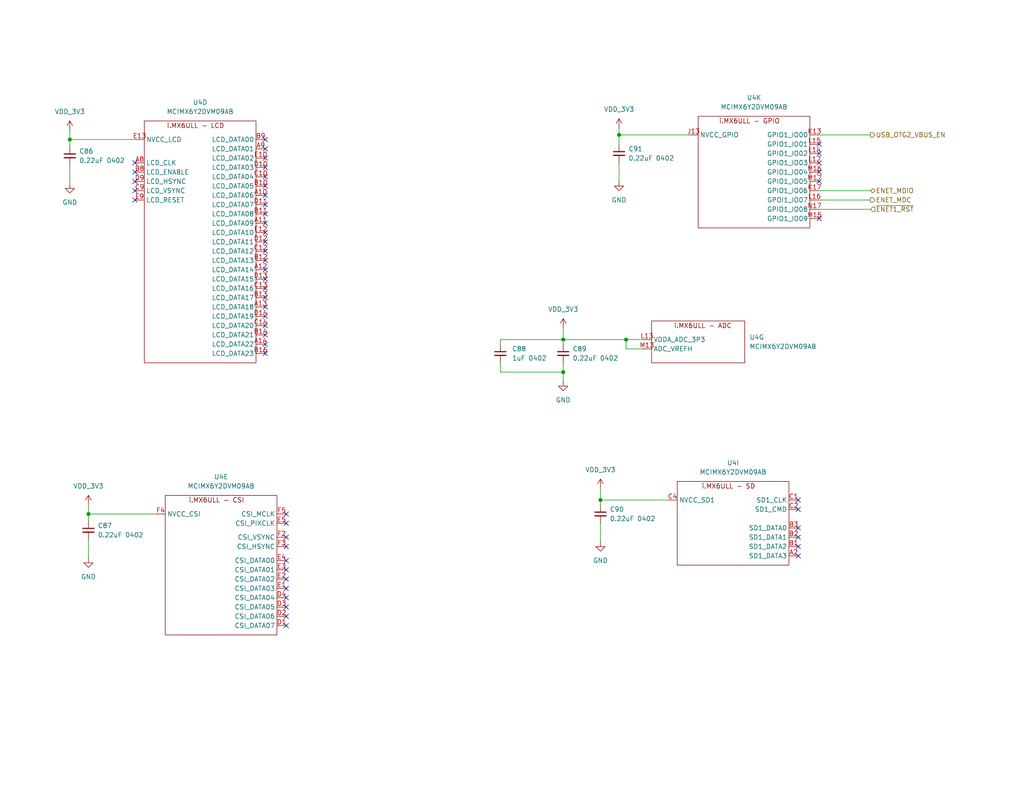
<source format=kicad_sch>
(kicad_sch (version 20230121) (generator eeschema)
  (paper "USLetter")
  (title_block (title "catfood") (company "Ian Kilgore"))
  (lib_symbols
    (symbol "Device:C_Small" (pin_numbers hide) (pin_names (offset 0.254) hide)
      (property "Reference" "C" (at 0.254 1.778 0))
      (property "Value" "C_Small" (at 0.254 -2.032 0))
      (symbol "C_Small_1_1"
        (pin passive line (at 0 2.54 270) (length 2.032) (name "~") (number "1"))
        (pin passive line (at 0 -2.54 90) (length 2.032) (name "~") (number "2"))
      )
    )
    (symbol "MCIMX6YxxVMxxxx_1"
      (property "Reference" "U" (at -19.05 27.94 0))
      (property "Value" "MCIMX6YxxVMxxxx_1" (at 10.16 27.94 0))
      (symbol "MCIMX6YxxVMxxxx_1_1_0"
        (text "i.MX6ULL - Power" (at -1.27 25.4 0) (effects (font (size 1.27 1.27))))
        (pin passive line (at -17.78 -29.21 0) (length 2.54) hide (name "VSS") (number "A1"))
        (pin passive line (at -17.78 -29.21 0) (length 2.54) hide (name "VSS") (number "A17"))
        (pin power_in line (at -17.78 -29.21 0) (length 2.54) (name "VSS") (number "C11"))
        (pin passive line (at -17.78 -29.21 0) (length 2.54) hide (name "VSS") (number "C15"))
        (pin passive line (at -17.78 -29.21 0) (length 2.54) hide (name "VSS") (number "C3"))
        (pin passive line (at -17.78 -29.21 0) (length 2.54) hide (name "VSS") (number "C7"))
        (pin passive line (at -17.78 -29.21 0) (length 2.54) hide (name "VSS") (number "E11"))
        (pin passive line (at -17.78 -29.21 0) (length 2.54) hide (name "VSS") (number "E8"))
        (pin passive line (at -17.78 -29.21 0) (length 2.54) hide (name "VSS") (number "F10"))
        (pin passive line (at -17.78 -29.21 0) (length 2.54) hide (name "VSS") (number "F11"))
        (pin passive line (at -17.78 -29.21 0) (length 2.54) hide (name "VSS") (number "F12"))
        (pin passive line (at -17.78 -29.21 0) (length 2.54) hide (name "VSS") (number "F6"))
        (pin passive line (at -17.78 -29.21 0) (length 2.54) hide (name "VSS") (number "F7"))
        (pin passive line (at -17.78 -29.21 0) (length 2.54) hide (name "VSS") (number "F8"))
        (pin passive line (at -17.78 -29.21 0) (length 2.54) hide (name "VSS") (number "F9"))
        (pin passive line (at 17.78 19.05 180) (length 2.54) (name "VDD_ARM_CAP") (number "G10"))
        (pin passive line (at 17.78 19.05 180) (length 2.54) hide (name "VDD_ARM_CAP") (number "G11"))
        (pin passive line (at -17.78 -29.21 0) (length 2.54) hide (name "VSS") (number "G12"))
        (pin passive line (at -17.78 -29.21 0) (length 2.54) hide (name "VSS") (number "G15"))
        (pin passive line (at -17.78 -29.21 0) (length 2.54) hide (name "VSS") (number "G3"))
        (pin passive line (at -17.78 -29.21 0) (length 2.54) hide (name "VSS") (number "G5"))
        (pin passive line (at -17.78 -29.21 0) (length 2.54) hide (name "VSS") (number "G7"))
        (pin passive line (at 17.78 1.27 180) (length 2.54) (name "VDD_SOC_CAP") (number "G8"))
        (pin passive line (at 17.78 19.05 180) (length 2.54) hide (name "VDD_ARM_CAP") (number "G9"))
        (pin power_in line (at -17.78 19.05 0) (length 2.54) (name "VDD_SOC_IN") (number "H10"))
        (pin passive line (at 17.78 19.05 180) (length 2.54) hide (name "VDD_ARM_CAP") (number "H11"))
        (pin passive line (at -17.78 -29.21 0) (length 2.54) hide (name "VSS") (number "H12"))
        (pin passive line (at -17.78 -29.21 0) (length 2.54) hide (name "VSS") (number "H7"))
        (pin passive line (at 17.78 1.27 180) (length 2.54) hide (name "VDD_SOC_CAP") (number "H8"))
        (pin passive line (at -17.78 19.05 0) (length 2.54) hide (name "VDD_SOC_IN") (number "H9"))
        (pin passive line (at -17.78 19.05 0) (length 2.54) hide (name "VDD_SOC_IN") (number "J10"))
        (pin passive line (at 17.78 1.27 180) (length 2.54) hide (name "VDD_SOC_CAP") (number "J11"))
        (pin passive line (at -17.78 -29.21 0) (length 2.54) hide (name "VSS") (number "J12"))
        (pin passive line (at -17.78 -29.21 0) (length 2.54) hide (name "VSS") (number "J5"))
        (pin passive line (at -17.78 -29.21 0) (length 2.54) hide (name "VSS") (number "J7"))
        (pin passive line (at 17.78 1.27 180) (length 2.54) hide (name "VDD_SOC_CAP") (number "J8"))
        (pin passive line (at -17.78 19.05 0) (length 2.54) hide (name "VDD_SOC_IN") (number "J9"))
        (pin passive line (at -17.78 19.05 0) (length 2.54) hide (name "VDD_SOC_IN") (number "K10"))
        (pin passive line (at 17.78 1.27 180) (length 2.54) hide (name "VDD_SOC_CAP") (number "K11"))
        (pin passive line (at -17.78 -29.21 0) (length 2.54) hide (name "VSS") (number "K12"))
        (pin passive line (at -17.78 -29.21 0) (length 2.54) hide (name "VSS") (number "K7"))
        (pin passive line (at 17.78 1.27 180) (length 2.54) hide (name "VDD_SOC_CAP") (number "K8"))
        (pin passive line (at -17.78 19.05 0) (length 2.54) hide (name "VDD_SOC_IN") (number "K9"))
        (pin passive line (at 17.78 1.27 180) (length 2.54) hide (name "VDD_SOC_CAP") (number "L10"))
        (pin passive line (at 17.78 1.27 180) (length 2.54) hide (name "VDD_SOC_CAP") (number "L11"))
        (pin passive line (at -17.78 -29.21 0) (length 2.54) hide (name "VSS") (number "L12"))
        (pin passive line (at -17.78 -29.21 0) (length 2.54) hide (name "VSS") (number "L3"))
        (pin passive line (at -17.78 -29.21 0) (length 2.54) hide (name "VSS") (number "L7"))
        (pin passive line (at 17.78 1.27 180) (length 2.54) hide (name "VDD_SOC_CAP") (number "L8"))
        (pin passive line (at 17.78 1.27 180) (length 2.54) hide (name "VDD_SOC_CAP") (number "L9"))
        (pin passive line (at -17.78 -29.21 0) (length 2.54) hide (name "VSS") (number "M10"))
        (pin passive line (at -17.78 -29.21 0) (length 2.54) hide (name "VSS") (number "M11"))
        (pin power_in line (at -17.78 -26.67 0) (length 2.54) (name "NGND_KEL0") (number "M12"))
        (pin passive line (at -17.78 -29.21 0) (length 2.54) hide (name "VSS") (number "M7"))
        (pin passive line (at -17.78 -29.21 0) (length 2.54) hide (name "VSS") (number "M8"))
        (pin passive line (at -17.78 -29.21 0) (length 2.54) hide (name "VSS") (number "M9"))
        (pin passive line (at 17.78 -29.21 180) (length 2.54) (name "VDD_SNVS_CAP") (number "N12"))
        (pin power_in line (at -17.78 1.27 0) (length 2.54) (name "VDD_HIGH_IN") (number "N13"))
        (pin passive line (at -17.78 -29.21 0) (length 2.54) hide (name "VSS") (number "N3"))
        (pin passive line (at -17.78 -29.21 0) (length 2.54) hide (name "VSS") (number "N5"))
        (pin power_in line (at -17.78 -13.97 0) (length 2.54) (name "VDD_SNVS_IN") (number "P12"))
        (pin passive line (at 17.78 -24.13 180) (length 2.54) (name "NVCC_PLL") (number "P13"))
        (pin passive line (at -17.78 -29.21 0) (length 2.54) hide (name "VSS") (number "R11"))
        (pin passive line (at 17.78 -13.97 180) (length 2.54) (name "VDD_HIGH_CAP") (number "R14"))
        (pin passive line (at 17.78 -13.97 180) (length 2.54) hide (name "VDD_HIGH_CAP") (number "R15"))
        (pin passive line (at -17.78 -29.21 0) (length 2.54) hide (name "VSS") (number "R16"))
        (pin passive line (at -17.78 -29.21 0) (length 2.54) hide (name "VSS") (number "R17"))
        (pin passive line (at -17.78 -29.21 0) (length 2.54) hide (name "VSS") (number "R3"))
        (pin passive line (at -17.78 -29.21 0) (length 2.54) hide (name "VSS") (number "R5"))
        (pin passive line (at -17.78 -29.21 0) (length 2.54) hide (name "VSS") (number "R7"))
        (pin passive line (at -17.78 -29.21 0) (length 2.54) hide (name "VSS") (number "T14"))
        (pin passive line (at -17.78 -29.21 0) (length 2.54) hide (name "VSS") (number "U1"))
        (pin passive line (at -17.78 -29.21 0) (length 2.54) hide (name "VSS") (number "U14"))
        (pin passive line (at -17.78 -29.21 0) (length 2.54) hide (name "VSS") (number "U17"))
      )
      (symbol "MCIMX6YxxVMxxxx_1_2_0"
        (text "i.MX6ULL - Control" (at -3.81 24.13 0) (effects (font (size 1.27 1.27))))
        (pin output line (at 17.78 -55.88 180) (length 2.54) (name "UART5_TX_DATA") (number "F17"))
        (pin input line (at 17.78 -58.42 180) (length 2.54) (name "UART5_RX_DATA") (number "G13"))
        (pin input line (at 17.78 -40.64 180) (length 2.54) (name "~{UART3_RTS}") (number "G14"))
        (pin input line (at 17.78 -50.8 180) (length 2.54) (name "UART4_RX_DATA") (number "G16"))
        (pin output line (at 17.78 -48.26 180) (length 2.54) (name "UART4_TX_DATA") (number "G17"))
        (pin passive line (at 17.78 -5.08 180) (length 2.54) (name "NVCC_UART") (number "H13"))
        (pin input line (at 17.78 -27.94 180) (length 2.54) (name "~{UART2_RTS}") (number "H14"))
        (pin output line (at 17.78 -43.18 180) (length 2.54) (name "~{UART3_CTS}") (number "H15"))
        (pin input line (at 17.78 -38.1 180) (length 2.54) (name "UART3_RX_DATA") (number "H16"))
        (pin output line (at 17.78 -35.56 180) (length 2.54) (name "UART3_TX_DATA") (number "H17"))
        (pin input line (at 17.78 -15.24 180) (length 2.54) (name "~{UART1_RTS}") (number "J14"))
        (pin output line (at 17.78 -30.48 180) (length 2.54) (name "~{UART2_CTS}") (number "J15"))
        (pin input line (at 17.78 -25.4 180) (length 2.54) (name "UART2_RX_DATA") (number "J16"))
        (pin output line (at 17.78 -22.86 180) (length 2.54) (name "UART2_TX_DATA") (number "J17"))
        (pin output line (at 17.78 -10.16 180) (length 2.54) (name "UART1_TX_DATA") (number "K14"))
        (pin output line (at 17.78 -17.78 180) (length 2.54) (name "~{UART1_CTS}") (number "K15"))
        (pin input line (at 17.78 -12.7 180) (length 2.54) (name "UART1_RX_DATA") (number "K16"))
        (pin passive line (at 17.78 22.86 180) (length 2.54) (name "JTAG_TCK") (number "M14"))
        (pin passive line (at -22.86 -15.24 0) (length 2.54) (name "SNVS_TAMPER7") (number "N10"))
        (pin passive line (at -22.86 -12.7 0) (length 2.54) (name "SNVS_TAMPER6") (number "N11"))
        (pin passive line (at 17.78 12.7 180) (length 2.54) (name "~{JTAG_TRST}") (number "N14"))
        (pin passive line (at 17.78 15.24 180) (length 2.54) (name "JTAG_TDO") (number "N15"))
        (pin passive line (at 17.78 17.78 180) (length 2.54) (name "JTAG_TDI") (number "N16"))
        (pin passive line (at -22.86 7.62 0) (length 2.54) (name "TEST_MODE") (number "N7"))
        (pin passive line (at -22.86 -10.16 0) (length 2.54) (name "SNVS_TAMPER5") (number "N8"))
        (pin passive line (at -22.86 -17.78 0) (length 2.54) (name "SNVS_TAMPER8") (number "N9"))
        (pin passive line (at -22.86 -5.08 0) (length 2.54) (name "SNVS_TAMPER3") (number "P10"))
        (pin passive line (at -22.86 -2.54 0) (length 2.54) (name "SNVS_TAMPER2") (number "P11"))
        (pin passive line (at 17.78 20.32 180) (length 2.54) (name "JTAG_TMS") (number "P14"))
        (pin passive line (at 17.78 10.16 180) (length 2.54) (name "JTAG_MOD") (number "P15"))
        (pin passive line (at 17.78 3.81 180) (length 2.54) (name "CCM_CLK1_N") (number "P16"))
        (pin passive line (at 17.78 1.27 180) (length 2.54) (name "CCM_CLK1_P") (number "P17"))
        (pin input line (at -22.86 20.32 0) (length 2.54) (name "~{POR}") (number "P8"))
        (pin passive line (at -22.86 -7.62 0) (length 2.54) (name "SNVS_TAMPER4") (number "P9"))
        (pin passive line (at -22.86 2.54 0) (length 2.54) (name "SNVS_TAMPER0") (number "R10"))
        (pin passive line (at -22.86 -54.61 0) (length 2.54) (name "GPANAIO") (number "R13"))
        (pin passive line (at -22.86 -20.32 0) (length 2.54) (name "SNVS_TAMPER9") (number "R6"))
        (pin input line (at -22.86 22.86 0) (length 2.54) (name "ONOFF") (number "R8"))
        (pin passive line (at -22.86 0 0) (length 2.54) (name "SNVS_TAMPER1") (number "R9"))
        (pin input line (at -22.86 12.7 0) (length 2.54) (name "BOOT_MODE0") (number "T10"))
        (pin passive line (at -22.86 -44.45 0) (length 2.54) (name "RTC_XTALI") (number "T11"))
        (pin passive line (at -22.86 -36.83 0) (length 2.54) (name "XTALI") (number "T16"))
        (pin passive line (at -22.86 -39.37 0) (length 2.54) (name "XTALO") (number "T17"))
        (pin passive line (at -22.86 -29.21 0) (length 2.54) (name "SNVS_PMIC_ON_REQ") (number "T9"))
        (pin input line (at -22.86 10.16 0) (length 2.54) (name "BOOT_MODE1") (number "U10"))
        (pin passive line (at -22.86 -46.99 0) (length 2.54) (name "RTC_XTALO") (number "U11"))
        (pin output line (at -22.86 -26.67 0) (length 2.54) (name "CCM_PMIC_STBY_REQ") (number "U9"))
      )
      (symbol "MCIMX6YxxVMxxxx_1_3_0"
        (text "i.MX6ULL - DDR" (at -1.27 25.4 0) (effects (font (size 1.27 1.27))))
        (pin output line (at 17.78 -36.83 180) (length 2.54) (name "DRAM_ODT1") (number "F1"))
        (pin output line (at -17.78 -13.97 0) (length 2.54) (name "DRAM_ADDR14") (number "G1"))
        (pin output line (at -17.78 6.35 0) (length 2.54) (name "DRAM_ADDR06") (number "G2"))
        (pin output line (at -17.78 -52.07 0) (length 2.54) (name "DRAM_RESET") (number "G4"))
        (pin power_in line (at 17.78 -50.8 180) (length 2.54) (name "NVCC_DRAM") (number "G6"))
        (pin output line (at -17.78 -22.86 0) (length 2.54) (name "DRAM_SDBA1") (number "H1"))
        (pin output line (at -17.78 19.05 0) (length 2.54) (name "DRAM_ADDR01") (number "H2"))
        (pin output line (at -17.78 -11.43 0) (length 2.54) (name "DRAM_ADDR13") (number "H3"))
        (pin output line (at -17.78 3.81 0) (length 2.54) (name "DRAM_ADDR07") (number "H4"))
        (pin output line (at -17.78 -33.02 0) (length 2.54) (name "~{DRAM_CS1}") (number "H5"))
        (pin passive line (at 17.78 -50.8 180) (length 2.54) hide (name "NVCC_DRAM") (number "H6"))
        (pin output line (at -17.78 -41.91 0) (length 2.54) (name "~{DRAM_SDWE}") (number "J1"))
        (pin output line (at -17.78 -39.37 0) (length 2.54) (name "~{DRAM_CAS}") (number "J2"))
        (pin output line (at 17.78 -43.18 180) (length 2.54) (name "DRAM_SDCKE1") (number "J3"))
        (pin output line (at -17.78 1.27 0) (length 2.54) (name "DRAM_ADDR08") (number "J4"))
        (pin passive line (at 17.78 -50.8 180) (length 2.54) hide (name "NVCC_DRAM") (number "J6"))
        (pin output line (at -17.78 16.51 0) (length 2.54) (name "DRAM_ADDR02") (number "K1"))
        (pin output line (at -17.78 -25.4 0) (length 2.54) (name "DRAM_SDBA2") (number "K2"))
        (pin output line (at -17.78 -6.35 0) (length 2.54) (name "DRAM_ADDR11") (number "K3"))
        (pin output line (at -17.78 11.43 0) (length 2.54) (name "DRAM_ADDR04") (number "K4"))
        (pin output line (at -17.78 -16.51 0) (length 2.54) (name "DRAM_ADDR15") (number "K5"))
        (pin passive line (at 17.78 -50.8 180) (length 2.54) hide (name "NVCC_DRAM") (number "K6"))
        (pin output line (at -17.78 8.89 0) (length 2.54) (name "DRAM_ADDR05") (number "L1"))
        (pin output line (at -17.78 -1.27 0) (length 2.54) (name "DRAM_ADDR09") (number "L2"))
        (pin output line (at -17.78 -8.89 0) (length 2.54) (name "DRAM_ADDR12") (number "L4"))
        (pin output line (at -17.78 21.59 0) (length 2.54) (name "DRAM_ADDR00") (number "L5"))
        (pin passive line (at 17.78 -50.8 180) (length 2.54) hide (name "NVCC_DRAM") (number "L6"))
        (pin output line (at -17.78 -20.32 0) (length 2.54) (name "DRAM_SDBA0") (number "M1"))
        (pin output line (at -17.78 13.97 0) (length 2.54) (name "DRAM_ADDR03") (number "M2"))
        (pin output line (at 17.78 -45.72 180) (length 2.54) (name "DRAM_SDCKE0") (number "M3"))
        (pin output line (at -17.78 -3.81 0) (length 2.54) (name "DRAM_ADDR10") (number "M4"))
        (pin output line (at -17.78 -36.83 0) (length 2.54) (name "~{DRAM_RAS}") (number "M5"))
        (pin passive line (at 17.78 -50.8 180) (length 2.54) hide (name "NVCC_DRAM") (number "M6"))
        (pin output line (at 17.78 -39.37 180) (length 2.54) (name "DRAM_ODT0") (number "N1"))
        (pin output line (at -17.78 -30.48 0) (length 2.54) (name "~{DRAM_CS0}") (number "N2"))
        (pin input line (at -17.78 -54.61 0) (length 2.54) (name "DRAM_ZQPAD") (number "N4"))
        (pin power_in line (at -17.78 -59.69 0) (length 2.54) (name "NVCC_DRAM_2P5") (number "N6"))
        (pin input line (at -17.78 -45.72 0) (length 2.54) (name "DRAM_SDCLK0_P") (number "P1"))
        (pin input line (at -17.78 -48.26 0) (length 2.54) (name "DRAM_SDCLK0_N") (number "P2"))
        (pin bidirectional line (at 17.78 -20.32 180) (length 2.54) (name "DRAM_DATA13") (number "P3"))
        (pin power_in line (at -17.78 -62.23 0) (length 2.54) (name "DRAM_VREF") (number "P4"))
        (pin bidirectional line (at 17.78 -17.78 180) (length 2.54) (name "DRAM_DATA12") (number "P5"))
        (pin input line (at 17.78 1.27 180) (length 2.54) (name "DRAM_SDQS0_P") (number "P6"))
        (pin input line (at 17.78 -1.27 180) (length 2.54) (name "DRAM_SDQS0_N") (number "P7"))
        (pin bidirectional line (at 17.78 -25.4 180) (length 2.54) (name "DRAM_DATA15") (number "R1"))
        (pin bidirectional line (at 17.78 -22.86 180) (length 2.54) (name "DRAM_DATA14") (number "R2"))
        (pin bidirectional line (at 17.78 -15.24 180) (length 2.54) (name "DRAM_DATA11") (number "R4"))
        (pin input line (at 17.78 -27.94 180) (length 2.54) (name "DRAM_SDQS1_P") (number "T1"))
        (pin input line (at 17.78 -30.48 180) (length 2.54) (name "DRAM_SDQS1_N") (number "T2"))
        (pin output line (at 17.78 -33.02 180) (length 2.54) (name "DRAM_DQM1") (number "T3"))
        (pin bidirectional line (at 17.78 21.59 180) (length 2.54) (name "DRAM_DATA00") (number "T4"))
        (pin bidirectional line (at 17.78 6.35 180) (length 2.54) (name "DRAM_DATA06") (number "T5"))
        (pin bidirectional line (at 17.78 16.51 180) (length 2.54) (name "DRAM_DATA02") (number "T6"))
        (pin output line (at 17.78 -3.81 180) (length 2.54) (name "DRAM_DQM0") (number "T7"))
        (pin bidirectional line (at 17.78 8.89 180) (length 2.54) (name "DRAM_DATA05") (number "T8"))
        (pin bidirectional line (at 17.78 -7.62 180) (length 2.54) (name "DRAM_DATA08") (number "U2"))
        (pin bidirectional line (at 17.78 -10.16 180) (length 2.54) (name "DRAM_DATA09") (number "U3"))
        (pin bidirectional line (at 17.78 3.81 180) (length 2.54) (name "DRAM_DATA07") (number "U4"))
        (pin bidirectional line (at 17.78 -12.7 180) (length 2.54) (name "DRAM_DATA10") (number "U5"))
        (pin bidirectional line (at 17.78 19.05 180) (length 2.54) (name "DRAM_DATA01") (number "U6"))
        (pin bidirectional line (at 17.78 13.97 180) (length 2.54) (name "DRAM_DATA03") (number "U7"))
        (pin bidirectional line (at 17.78 11.43 180) (length 2.54) (name "DRAM_DATA04") (number "U8"))
      )
      (symbol "MCIMX6YxxVMxxxx_1_4_0"
        (text "i.MX6ULL - LCD" (at -1.27 25.4 0) (effects (font (size 1.27 1.27))))
        (pin output line (at 17.78 6.35 180) (length 2.54) (name "LCD_DATA06") (number "A10"))
        (pin output line (at 17.78 -1.27 180) (length 2.54) (name "LCD_DATA09") (number "A11"))
        (pin output line (at 17.78 -13.97 180) (length 2.54) (name "LCD_DATA14") (number "A12"))
        (pin output line (at 17.78 -24.13 180) (length 2.54) (name "LCD_DATA18") (number "A13"))
        (pin output line (at 17.78 -34.29 180) (length 2.54) (name "LCD_DATA22") (number "A14"))
        (pin output line (at -17.78 15.24 0) (length 2.54) (name "LCD_CLK") (number "A8"))
        (pin output line (at 17.78 19.05 180) (length 2.54) (name "LCD_DATA01") (number "A9"))
        (pin output line (at 17.78 8.89 180) (length 2.54) (name "LCD_DATA05") (number "B10"))
        (pin output line (at 17.78 1.27 180) (length 2.54) (name "LCD_DATA08") (number "B11"))
        (pin output line (at 17.78 -11.43 180) (length 2.54) (name "LCD_DATA13") (number "B12"))
        (pin output line (at 17.78 -21.59 180) (length 2.54) (name "LCD_DATA17") (number "B13"))
        (pin output line (at 17.78 -31.75 180) (length 2.54) (name "LCD_DATA21") (number "B14"))
        (pin output line (at 17.78 -36.83 180) (length 2.54) (name "LCD_DATA23") (number "B16"))
        (pin output line (at -17.78 12.7 0) (length 2.54) (name "LCD_ENABLE") (number "B8"))
        (pin output line (at 17.78 21.59 180) (length 2.54) (name "LCD_DATA00") (number "B9"))
        (pin output line (at 17.78 11.43 180) (length 2.54) (name "LCD_DATA04") (number "C10"))
        (pin output line (at 17.78 -8.89 180) (length 2.54) (name "LCD_DATA12") (number "C12"))
        (pin output line (at 17.78 -19.05 180) (length 2.54) (name "LCD_DATA16") (number "C13"))
        (pin output line (at 17.78 -29.21 180) (length 2.54) (name "LCD_DATA20") (number "C14"))
        (pin output line (at -17.78 7.62 0) (length 2.54) (name "LCD_VSYNC") (number "C9"))
        (pin output line (at 17.78 13.97 180) (length 2.54) (name "LCD_DATA03") (number "D10"))
        (pin output line (at 17.78 3.81 180) (length 2.54) (name "LCD_DATA07") (number "D11"))
        (pin output line (at 17.78 -6.35 180) (length 2.54) (name "LCD_DATA11") (number "D12"))
        (pin output line (at 17.78 -16.51 180) (length 2.54) (name "LCD_DATA15") (number "D13"))
        (pin output line (at 17.78 -26.67 180) (length 2.54) (name "LCD_DATA19") (number "D14"))
        (pin output line (at -17.78 10.16 0) (length 2.54) (name "LCD_HSYNC") (number "D9"))
        (pin output line (at 17.78 16.51 180) (length 2.54) (name "LCD_DATA02") (number "E10"))
        (pin output line (at 17.78 -3.81 180) (length 2.54) (name "LCD_DATA10") (number "E12"))
        (pin power_in line (at -17.78 21.59 0) (length 2.54) (name "NVCC_LCD") (number "E13"))
        (pin output line (at -17.78 5.08 0) (length 2.54) (name "LCD_RESET") (number "E9"))
      )
      (symbol "MCIMX6YxxVMxxxx_1_5_0"
        (text "i.MX6ULL - CSI" (at -1.27 25.4 0) (effects (font (size 1.27 1.27))))
        (pin bidirectional line (at 17.78 -8.89 180) (length 2.54) (name "CSI_DATA07") (number "D1"))
        (pin bidirectional line (at 17.78 -6.35 180) (length 2.54) (name "CSI_DATA06") (number "D2"))
        (pin bidirectional line (at 17.78 -3.81 180) (length 2.54) (name "CSI_DATA05") (number "D3"))
        (pin bidirectional line (at 17.78 -1.27 180) (length 2.54) (name "CSI_DATA04") (number "D4"))
        (pin bidirectional line (at 17.78 1.27 180) (length 2.54) (name "CSI_DATA03") (number "E1"))
        (pin bidirectional line (at 17.78 3.81 180) (length 2.54) (name "CSI_DATA02") (number "E2"))
        (pin bidirectional line (at 17.78 6.35 180) (length 2.54) (name "CSI_DATA01") (number "E3"))
        (pin bidirectional line (at 17.78 8.89 180) (length 2.54) (name "CSI_DATA00") (number "E4"))
        (pin bidirectional line (at 17.78 19.05 180) (length 2.54) (name "CSI_PIXCLK") (number "E5"))
        (pin bidirectional line (at 17.78 15.24 180) (length 2.54) (name "CSI_VSYNC") (number "F2"))
        (pin bidirectional line (at 17.78 12.7 180) (length 2.54) (name "CSI_HSYNC") (number "F3"))
        (pin power_in line (at -17.78 21.59 0) (length 2.54) (name "NVCC_CSI") (number "F4"))
        (pin bidirectional line (at 17.78 21.59 180) (length 2.54) (name "CSI_MCLK") (number "F5"))
      )
      (symbol "MCIMX6YxxVMxxxx_1_6_0"
        (text "i.MX6ULL - USB" (at -1.27 25.4 0) (effects (font (size 1.27 1.27))))
        (pin passive line (at 20.32 7.62 180) (length 2.54) (name "VDD_USB_CAP") (number "R12"))
        (pin power_in line (at -17.78 19.05 0) (length 2.54) (name "USB_OTG1_VBUS") (number "T12"))
        (pin bidirectional line (at 20.32 1.27 180) (length 2.54) (name "USB_OTG2_DN") (number "T13"))
        (pin bidirectional line (at 20.32 19.05 180) (length 2.54) (name "USB_OTG1_DN") (number "T15"))
        (pin power_in line (at -17.78 1.27 0) (length 2.54) (name "USB2_OTG2_VBUS") (number "U12"))
        (pin bidirectional line (at 20.32 -1.27 180) (length 2.54) (name "USB_OTG2_DP") (number "U13"))
        (pin bidirectional line (at 20.32 16.51 180) (length 2.54) (name "USB_OTG1_DP") (number "U15"))
        (pin bidirectional line (at 20.32 13.97 180) (length 2.54) (name "~{USB_OTG1_CHD}") (number "U16"))
      )
      (symbol "MCIMX6YxxVMxxxx_1_7_0"
        (text "i.MX6ULL - ADC" (at -1.27 25.4 0) (effects (font (size 1.27 1.27))))
        (pin power_in line (at -17.78 21.59 0) (length 2.54) (name "VDDA_ADC_3P3") (number "L13"))
        (pin power_in line (at -17.78 19.05 0) (length 2.54) (name "ADC_VREFH") (number "M13"))
      )
      (symbol "MCIMX6YxxVMxxxx_1_8_0"
        (text "i.MX6ULL - Ethernet" (at -1.27 25.4 0) (effects (font (size 1.27 1.27))))
        (pin bidirectional line (at 17.78 -5.08 180) (length 2.54) (name "ENET2_TX_DATA0") (number "A15"))
        (pin bidirectional line (at 17.78 -7.62 180) (length 2.54) (name "ENET2_TX_DATA1") (number "A16"))
        (pin bidirectional line (at 17.78 -10.16 180) (length 2.54) (name "ENET2_TX_EN") (number "B15"))
        (pin bidirectional line (at 17.78 -22.86 180) (length 2.54) (name "ENET2_RX_EN") (number "B17"))
        (pin bidirectional line (at 17.78 -17.78 180) (length 2.54) (name "ENET2_RX_DATA1") (number "C16"))
        (pin bidirectional line (at 17.78 -15.24 180) (length 2.54) (name "ENET2_RX_DATA0") (number "C17"))
        (pin bidirectional line (at 17.78 6.35 180) (length 2.54) (name "ENET1_RX_ER") (number "D15"))
        (pin bidirectional line (at 17.78 -20.32 180) (length 2.54) (name "ENET2_RX_ER") (number "D16"))
        (pin bidirectional line (at 17.78 -12.7 180) (length 2.54) (name "ENET2_TX_CLK") (number "D17"))
        (pin bidirectional line (at 17.78 19.05 180) (length 2.54) (name "ENET1_TX_DATA1") (number "E14"))
        (pin bidirectional line (at 17.78 21.59 180) (length 2.54) (name "ENET1_TX_DATA0") (number "E15"))
        (pin bidirectional line (at 17.78 3.81 180) (length 2.54) (name "ENET1_RX_EN") (number "E16"))
        (pin bidirectional line (at 17.78 8.89 180) (length 2.54) (name "ENET1_RX_DATA1") (number "E17"))
        (pin power_in line (at -17.78 21.59 0) (length 2.54) (name "NVCC_ENET") (number "F13"))
        (pin bidirectional line (at 17.78 13.97 180) (length 2.54) (name "ENET1_TX_CLK") (number "F14"))
        (pin bidirectional line (at 17.78 16.51 180) (length 2.54) (name "ENET1_TX_EN") (number "F15"))
        (pin bidirectional line (at 17.78 11.43 180) (length 2.54) (name "ENET1_RX_DATA0") (number "F16"))
      )
      (symbol "MCIMX6YxxVMxxxx_1_9_0"
        (text "i.MX6ULL - SD" (at -1.27 25.4 0) (effects (font (size 1.27 1.27))))
        (pin bidirectional line (at 17.78 6.35 180) (length 2.54) (name "SD1_DATA3") (number "A2"))
        (pin bidirectional line (at 17.78 8.89 180) (length 2.54) (name "SD1_DATA2") (number "B1"))
        (pin bidirectional line (at 17.78 11.43 180) (length 2.54) (name "SD1_DATA1") (number "B2"))
        (pin bidirectional line (at 17.78 13.97 180) (length 2.54) (name "SD1_DATA0") (number "B3"))
        (pin bidirectional line (at 17.78 21.59 180) (length 2.54) (name "SD1_CLK") (number "C1"))
        (pin bidirectional line (at 17.78 19.05 180) (length 2.54) (name "SD1_CMD") (number "C2"))
        (pin power_in line (at -17.78 21.59 0) (length 2.54) (name "NVCC_SD1") (number "C4"))
      )
      (symbol "MCIMX6YxxVMxxxx_1_10_0"
        (text "i.MX6ULL - NAND" (at -1.27 25.4 0) (effects (font (size 1.27 1.27))))
        (pin bidirectional line (at 17.78 1.27 180) (length 2.54) (name "~{NAND_READY}") (number "A3"))
        (pin bidirectional line (at 17.78 11.43 180) (length 2.54) (name "NAND_CLE") (number "A4"))
        (pin bidirectional line (at 17.78 -24.13 180) (length 2.54) (name "NAND_DATA07") (number "A5"))
        (pin bidirectional line (at 17.78 -21.59 180) (length 2.54) (name "NAND_DATA06") (number "A6"))
        (pin bidirectional line (at 17.78 -11.43 180) (length 2.54) (name "NAND_DATA02") (number "A7"))
        (pin bidirectional line (at 17.78 13.97 180) (length 2.54) (name "NAND_ALE") (number "B4"))
        (pin output line (at 17.78 19.05 180) (length 2.54) (name "~{NAND_CE1}") (number "B5"))
        (pin bidirectional line (at 17.78 -19.05 180) (length 2.54) (name "NAND_DATA05") (number "B6"))
        (pin bidirectional line (at 17.78 -8.89 180) (length 2.54) (name "NAND_DATA01") (number "B7"))
        (pin output line (at 17.78 21.59 180) (length 2.54) (name "~{NAND_CE0}") (number "C5"))
        (pin bidirectional line (at 17.78 -16.51 180) (length 2.54) (name "NAND_DATA04") (number "C6"))
        (pin bidirectional line (at 17.78 6.35 180) (length 2.54) (name "~{NAND_WE}") (number "C8"))
        (pin bidirectional line (at 17.78 3.81 180) (length 2.54) (name "~{NAND_WP}") (number "D5"))
        (pin bidirectional line (at 17.78 -13.97 180) (length 2.54) (name "NAND_DATA03") (number "D6"))
        (pin bidirectional line (at 17.78 -6.35 180) (length 2.54) (name "NAND_DATA00") (number "D7"))
        (pin bidirectional line (at 17.78 8.89 180) (length 2.54) (name "~{NAND_RE}") (number "D8"))
        (pin bidirectional line (at 17.78 -1.27 180) (length 2.54) (name "NAND_DQS") (number "E6"))
        (pin power_in line (at -17.78 21.59 0) (length 2.54) (name "NVCC_NAND") (number "E7"))
      )
      (symbol "MCIMX6YxxVMxxxx_1_11_0"
        (text "i.MX6ULL - GPIO" (at -1.27 25.4 0) (effects (font (size 1.27 1.27))))
        (pin power_in line (at -17.78 21.59 0) (length 2.54) (name "NVCC_GPIO") (number "J13"))
        (pin bidirectional line (at 17.78 21.59 180) (length 2.54) (name "GPIO1_IO00") (number "K13"))
        (pin bidirectional line (at 17.78 6.35 180) (length 2.54) (name "GPIO1_IO06") (number "K17"))
        (pin bidirectional line (at 17.78 16.51 180) (length 2.54) (name "GPIO1_IO02") (number "L14"))
        (pin bidirectional line (at 17.78 19.05 180) (length 2.54) (name "GPIO1_IO01") (number "L15"))
        (pin bidirectional line (at 17.78 3.81 180) (length 2.54) (name "GPOI1_IO07") (number "L16"))
        (pin bidirectional line (at 17.78 13.97 180) (length 2.54) (name "GPIO1_IO03") (number "L17"))
        (pin bidirectional line (at 17.78 -1.27 180) (length 2.54) (name "GPIO1_IO09") (number "M15"))
        (pin bidirectional line (at 17.78 11.43 180) (length 2.54) (name "GPIO1_IO04") (number "M16"))
        (pin bidirectional line (at 17.78 8.89 180) (length 2.54) (name "GPIO1_IO05") (number "M17"))
        (pin bidirectional line (at 17.78 1.27 180) (length 2.54) (name "GPIO1_IO08") (number "N17"))
      )
    )
    (symbol "MCIMX6YxxVMxxxx_2"
      (property "Reference" "U" (at -19.05 27.94 0))
      (property "Value" "MCIMX6YxxVMxxxx_2" (at 10.16 27.94 0))
      (symbol "MCIMX6YxxVMxxxx_2_1_0"
        (text "i.MX6ULL - Power" (at -1.27 25.4 0) (effects (font (size 1.27 1.27))))
        (pin passive line (at -17.78 -29.21 0) (length 2.54) hide (name "VSS") (number "A1"))
        (pin passive line (at -17.78 -29.21 0) (length 2.54) hide (name "VSS") (number "A17"))
        (pin power_in line (at -17.78 -29.21 0) (length 2.54) (name "VSS") (number "C11"))
        (pin passive line (at -17.78 -29.21 0) (length 2.54) hide (name "VSS") (number "C15"))
        (pin passive line (at -17.78 -29.21 0) (length 2.54) hide (name "VSS") (number "C3"))
        (pin passive line (at -17.78 -29.21 0) (length 2.54) hide (name "VSS") (number "C7"))
        (pin passive line (at -17.78 -29.21 0) (length 2.54) hide (name "VSS") (number "E11"))
        (pin passive line (at -17.78 -29.21 0) (length 2.54) hide (name "VSS") (number "E8"))
        (pin passive line (at -17.78 -29.21 0) (length 2.54) hide (name "VSS") (number "F10"))
        (pin passive line (at -17.78 -29.21 0) (length 2.54) hide (name "VSS") (number "F11"))
        (pin passive line (at -17.78 -29.21 0) (length 2.54) hide (name "VSS") (number "F12"))
        (pin passive line (at -17.78 -29.21 0) (length 2.54) hide (name "VSS") (number "F6"))
        (pin passive line (at -17.78 -29.21 0) (length 2.54) hide (name "VSS") (number "F7"))
        (pin passive line (at -17.78 -29.21 0) (length 2.54) hide (name "VSS") (number "F8"))
        (pin passive line (at -17.78 -29.21 0) (length 2.54) hide (name "VSS") (number "F9"))
        (pin passive line (at 17.78 19.05 180) (length 2.54) (name "VDD_ARM_CAP") (number "G10"))
        (pin passive line (at 17.78 19.05 180) (length 2.54) hide (name "VDD_ARM_CAP") (number "G11"))
        (pin passive line (at -17.78 -29.21 0) (length 2.54) hide (name "VSS") (number "G12"))
        (pin passive line (at -17.78 -29.21 0) (length 2.54) hide (name "VSS") (number "G15"))
        (pin passive line (at -17.78 -29.21 0) (length 2.54) hide (name "VSS") (number "G3"))
        (pin passive line (at -17.78 -29.21 0) (length 2.54) hide (name "VSS") (number "G5"))
        (pin passive line (at -17.78 -29.21 0) (length 2.54) hide (name "VSS") (number "G7"))
        (pin passive line (at 17.78 1.27 180) (length 2.54) (name "VDD_SOC_CAP") (number "G8"))
        (pin passive line (at 17.78 19.05 180) (length 2.54) hide (name "VDD_ARM_CAP") (number "G9"))
        (pin power_in line (at -17.78 19.05 0) (length 2.54) (name "VDD_SOC_IN") (number "H10"))
        (pin passive line (at 17.78 19.05 180) (length 2.54) hide (name "VDD_ARM_CAP") (number "H11"))
        (pin passive line (at -17.78 -29.21 0) (length 2.54) hide (name "VSS") (number "H12"))
        (pin passive line (at -17.78 -29.21 0) (length 2.54) hide (name "VSS") (number "H7"))
        (pin passive line (at 17.78 1.27 180) (length 2.54) hide (name "VDD_SOC_CAP") (number "H8"))
        (pin passive line (at -17.78 19.05 0) (length 2.54) hide (name "VDD_SOC_IN") (number "H9"))
        (pin passive line (at -17.78 19.05 0) (length 2.54) hide (name "VDD_SOC_IN") (number "J10"))
        (pin passive line (at 17.78 1.27 180) (length 2.54) hide (name "VDD_SOC_CAP") (number "J11"))
        (pin passive line (at -17.78 -29.21 0) (length 2.54) hide (name "VSS") (number "J12"))
        (pin passive line (at -17.78 -29.21 0) (length 2.54) hide (name "VSS") (number "J5"))
        (pin passive line (at -17.78 -29.21 0) (length 2.54) hide (name "VSS") (number "J7"))
        (pin passive line (at 17.78 1.27 180) (length 2.54) hide (name "VDD_SOC_CAP") (number "J8"))
        (pin passive line (at -17.78 19.05 0) (length 2.54) hide (name "VDD_SOC_IN") (number "J9"))
        (pin passive line (at -17.78 19.05 0) (length 2.54) hide (name "VDD_SOC_IN") (number "K10"))
        (pin passive line (at 17.78 1.27 180) (length 2.54) hide (name "VDD_SOC_CAP") (number "K11"))
        (pin passive line (at -17.78 -29.21 0) (length 2.54) hide (name "VSS") (number "K12"))
        (pin passive line (at -17.78 -29.21 0) (length 2.54) hide (name "VSS") (number "K7"))
        (pin passive line (at 17.78 1.27 180) (length 2.54) hide (name "VDD_SOC_CAP") (number "K8"))
        (pin passive line (at -17.78 19.05 0) (length 2.54) hide (name "VDD_SOC_IN") (number "K9"))
        (pin passive line (at 17.78 1.27 180) (length 2.54) hide (name "VDD_SOC_CAP") (number "L10"))
        (pin passive line (at 17.78 1.27 180) (length 2.54) hide (name "VDD_SOC_CAP") (number "L11"))
        (pin passive line (at -17.78 -29.21 0) (length 2.54) hide (name "VSS") (number "L12"))
        (pin passive line (at -17.78 -29.21 0) (length 2.54) hide (name "VSS") (number "L3"))
        (pin passive line (at -17.78 -29.21 0) (length 2.54) hide (name "VSS") (number "L7"))
        (pin passive line (at 17.78 1.27 180) (length 2.54) hide (name "VDD_SOC_CAP") (number "L8"))
        (pin passive line (at 17.78 1.27 180) (length 2.54) hide (name "VDD_SOC_CAP") (number "L9"))
        (pin passive line (at -17.78 -29.21 0) (length 2.54) hide (name "VSS") (number "M10"))
        (pin passive line (at -17.78 -29.21 0) (length 2.54) hide (name "VSS") (number "M11"))
        (pin power_in line (at -17.78 -26.67 0) (length 2.54) (name "NGND_KEL0") (number "M12"))
        (pin passive line (at -17.78 -29.21 0) (length 2.54) hide (name "VSS") (number "M7"))
        (pin passive line (at -17.78 -29.21 0) (length 2.54) hide (name "VSS") (number "M8"))
        (pin passive line (at -17.78 -29.21 0) (length 2.54) hide (name "VSS") (number "M9"))
        (pin passive line (at 17.78 -29.21 180) (length 2.54) (name "VDD_SNVS_CAP") (number "N12"))
        (pin power_in line (at -17.78 1.27 0) (length 2.54) (name "VDD_HIGH_IN") (number "N13"))
        (pin passive line (at -17.78 -29.21 0) (length 2.54) hide (name "VSS") (number "N3"))
        (pin passive line (at -17.78 -29.21 0) (length 2.54) hide (name "VSS") (number "N5"))
        (pin power_in line (at -17.78 -13.97 0) (length 2.54) (name "VDD_SNVS_IN") (number "P12"))
        (pin passive line (at 17.78 -24.13 180) (length 2.54) (name "NVCC_PLL") (number "P13"))
        (pin passive line (at -17.78 -29.21 0) (length 2.54) hide (name "VSS") (number "R11"))
        (pin passive line (at 17.78 -13.97 180) (length 2.54) (name "VDD_HIGH_CAP") (number "R14"))
        (pin passive line (at 17.78 -13.97 180) (length 2.54) hide (name "VDD_HIGH_CAP") (number "R15"))
        (pin passive line (at -17.78 -29.21 0) (length 2.54) hide (name "VSS") (number "R16"))
        (pin passive line (at -17.78 -29.21 0) (length 2.54) hide (name "VSS") (number "R17"))
        (pin passive line (at -17.78 -29.21 0) (length 2.54) hide (name "VSS") (number "R3"))
        (pin passive line (at -17.78 -29.21 0) (length 2.54) hide (name "VSS") (number "R5"))
        (pin passive line (at -17.78 -29.21 0) (length 2.54) hide (name "VSS") (number "R7"))
        (pin passive line (at -17.78 -29.21 0) (length 2.54) hide (name "VSS") (number "T14"))
        (pin passive line (at -17.78 -29.21 0) (length 2.54) hide (name "VSS") (number "U1"))
        (pin passive line (at -17.78 -29.21 0) (length 2.54) hide (name "VSS") (number "U14"))
        (pin passive line (at -17.78 -29.21 0) (length 2.54) hide (name "VSS") (number "U17"))
      )
      (symbol "MCIMX6YxxVMxxxx_2_2_0"
        (text "i.MX6ULL - Control" (at -3.81 24.13 0) (effects (font (size 1.27 1.27))))
        (pin output line (at 17.78 -55.88 180) (length 2.54) (name "UART5_TX_DATA") (number "F17"))
        (pin input line (at 17.78 -58.42 180) (length 2.54) (name "UART5_RX_DATA") (number "G13"))
        (pin input line (at 17.78 -40.64 180) (length 2.54) (name "~{UART3_RTS}") (number "G14"))
        (pin input line (at 17.78 -50.8 180) (length 2.54) (name "UART4_RX_DATA") (number "G16"))
        (pin output line (at 17.78 -48.26 180) (length 2.54) (name "UART4_TX_DATA") (number "G17"))
        (pin passive line (at 17.78 -5.08 180) (length 2.54) (name "NVCC_UART") (number "H13"))
        (pin input line (at 17.78 -27.94 180) (length 2.54) (name "~{UART2_RTS}") (number "H14"))
        (pin output line (at 17.78 -43.18 180) (length 2.54) (name "~{UART3_CTS}") (number "H15"))
        (pin input line (at 17.78 -38.1 180) (length 2.54) (name "UART3_RX_DATA") (number "H16"))
        (pin output line (at 17.78 -35.56 180) (length 2.54) (name "UART3_TX_DATA") (number "H17"))
        (pin input line (at 17.78 -15.24 180) (length 2.54) (name "~{UART1_RTS}") (number "J14"))
        (pin output line (at 17.78 -30.48 180) (length 2.54) (name "~{UART2_CTS}") (number "J15"))
        (pin input line (at 17.78 -25.4 180) (length 2.54) (name "UART2_RX_DATA") (number "J16"))
        (pin output line (at 17.78 -22.86 180) (length 2.54) (name "UART2_TX_DATA") (number "J17"))
        (pin output line (at 17.78 -10.16 180) (length 2.54) (name "UART1_TX_DATA") (number "K14"))
        (pin output line (at 17.78 -17.78 180) (length 2.54) (name "~{UART1_CTS}") (number "K15"))
        (pin input line (at 17.78 -12.7 180) (length 2.54) (name "UART1_RX_DATA") (number "K16"))
        (pin passive line (at 17.78 22.86 180) (length 2.54) (name "JTAG_TCK") (number "M14"))
        (pin passive line (at -22.86 -15.24 0) (length 2.54) (name "SNVS_TAMPER7") (number "N10"))
        (pin passive line (at -22.86 -12.7 0) (length 2.54) (name "SNVS_TAMPER6") (number "N11"))
        (pin passive line (at 17.78 12.7 180) (length 2.54) (name "~{JTAG_TRST}") (number "N14"))
        (pin passive line (at 17.78 15.24 180) (length 2.54) (name "JTAG_TDO") (number "N15"))
        (pin passive line (at 17.78 17.78 180) (length 2.54) (name "JTAG_TDI") (number "N16"))
        (pin passive line (at -22.86 7.62 0) (length 2.54) (name "TEST_MODE") (number "N7"))
        (pin passive line (at -22.86 -10.16 0) (length 2.54) (name "SNVS_TAMPER5") (number "N8"))
        (pin passive line (at -22.86 -17.78 0) (length 2.54) (name "SNVS_TAMPER8") (number "N9"))
        (pin passive line (at -22.86 -5.08 0) (length 2.54) (name "SNVS_TAMPER3") (number "P10"))
        (pin passive line (at -22.86 -2.54 0) (length 2.54) (name "SNVS_TAMPER2") (number "P11"))
        (pin passive line (at 17.78 20.32 180) (length 2.54) (name "JTAG_TMS") (number "P14"))
        (pin passive line (at 17.78 10.16 180) (length 2.54) (name "JTAG_MOD") (number "P15"))
        (pin passive line (at 17.78 3.81 180) (length 2.54) (name "CCM_CLK1_N") (number "P16"))
        (pin passive line (at 17.78 1.27 180) (length 2.54) (name "CCM_CLK1_P") (number "P17"))
        (pin input line (at -22.86 20.32 0) (length 2.54) (name "~{POR}") (number "P8"))
        (pin passive line (at -22.86 -7.62 0) (length 2.54) (name "SNVS_TAMPER4") (number "P9"))
        (pin passive line (at -22.86 2.54 0) (length 2.54) (name "SNVS_TAMPER0") (number "R10"))
        (pin passive line (at -22.86 -54.61 0) (length 2.54) (name "GPANAIO") (number "R13"))
        (pin passive line (at -22.86 -20.32 0) (length 2.54) (name "SNVS_TAMPER9") (number "R6"))
        (pin input line (at -22.86 22.86 0) (length 2.54) (name "ONOFF") (number "R8"))
        (pin passive line (at -22.86 0 0) (length 2.54) (name "SNVS_TAMPER1") (number "R9"))
        (pin input line (at -22.86 12.7 0) (length 2.54) (name "BOOT_MODE0") (number "T10"))
        (pin passive line (at -22.86 -44.45 0) (length 2.54) (name "RTC_XTALI") (number "T11"))
        (pin passive line (at -22.86 -36.83 0) (length 2.54) (name "XTALI") (number "T16"))
        (pin passive line (at -22.86 -39.37 0) (length 2.54) (name "XTALO") (number "T17"))
        (pin passive line (at -22.86 -29.21 0) (length 2.54) (name "SNVS_PMIC_ON_REQ") (number "T9"))
        (pin input line (at -22.86 10.16 0) (length 2.54) (name "BOOT_MODE1") (number "U10"))
        (pin passive line (at -22.86 -46.99 0) (length 2.54) (name "RTC_XTALO") (number "U11"))
        (pin output line (at -22.86 -26.67 0) (length 2.54) (name "CCM_PMIC_STBY_REQ") (number "U9"))
      )
      (symbol "MCIMX6YxxVMxxxx_2_3_0"
        (text "i.MX6ULL - DDR" (at -1.27 25.4 0) (effects (font (size 1.27 1.27))))
        (pin output line (at 17.78 -36.83 180) (length 2.54) (name "DRAM_ODT1") (number "F1"))
        (pin output line (at -17.78 -13.97 0) (length 2.54) (name "DRAM_ADDR14") (number "G1"))
        (pin output line (at -17.78 6.35 0) (length 2.54) (name "DRAM_ADDR06") (number "G2"))
        (pin output line (at -17.78 -52.07 0) (length 2.54) (name "DRAM_RESET") (number "G4"))
        (pin power_in line (at 17.78 -50.8 180) (length 2.54) (name "NVCC_DRAM") (number "G6"))
        (pin output line (at -17.78 -22.86 0) (length 2.54) (name "DRAM_SDBA1") (number "H1"))
        (pin output line (at -17.78 19.05 0) (length 2.54) (name "DRAM_ADDR01") (number "H2"))
        (pin output line (at -17.78 -11.43 0) (length 2.54) (name "DRAM_ADDR13") (number "H3"))
        (pin output line (at -17.78 3.81 0) (length 2.54) (name "DRAM_ADDR07") (number "H4"))
        (pin output line (at -17.78 -33.02 0) (length 2.54) (name "~{DRAM_CS1}") (number "H5"))
        (pin passive line (at 17.78 -50.8 180) (length 2.54) hide (name "NVCC_DRAM") (number "H6"))
        (pin output line (at -17.78 -41.91 0) (length 2.54) (name "~{DRAM_SDWE}") (number "J1"))
        (pin output line (at -17.78 -39.37 0) (length 2.54) (name "~{DRAM_CAS}") (number "J2"))
        (pin output line (at 17.78 -43.18 180) (length 2.54) (name "DRAM_SDCKE1") (number "J3"))
        (pin output line (at -17.78 1.27 0) (length 2.54) (name "DRAM_ADDR08") (number "J4"))
        (pin passive line (at 17.78 -50.8 180) (length 2.54) hide (name "NVCC_DRAM") (number "J6"))
        (pin output line (at -17.78 16.51 0) (length 2.54) (name "DRAM_ADDR02") (number "K1"))
        (pin output line (at -17.78 -25.4 0) (length 2.54) (name "DRAM_SDBA2") (number "K2"))
        (pin output line (at -17.78 -6.35 0) (length 2.54) (name "DRAM_ADDR11") (number "K3"))
        (pin output line (at -17.78 11.43 0) (length 2.54) (name "DRAM_ADDR04") (number "K4"))
        (pin output line (at -17.78 -16.51 0) (length 2.54) (name "DRAM_ADDR15") (number "K5"))
        (pin passive line (at 17.78 -50.8 180) (length 2.54) hide (name "NVCC_DRAM") (number "K6"))
        (pin output line (at -17.78 8.89 0) (length 2.54) (name "DRAM_ADDR05") (number "L1"))
        (pin output line (at -17.78 -1.27 0) (length 2.54) (name "DRAM_ADDR09") (number "L2"))
        (pin output line (at -17.78 -8.89 0) (length 2.54) (name "DRAM_ADDR12") (number "L4"))
        (pin output line (at -17.78 21.59 0) (length 2.54) (name "DRAM_ADDR00") (number "L5"))
        (pin passive line (at 17.78 -50.8 180) (length 2.54) hide (name "NVCC_DRAM") (number "L6"))
        (pin output line (at -17.78 -20.32 0) (length 2.54) (name "DRAM_SDBA0") (number "M1"))
        (pin output line (at -17.78 13.97 0) (length 2.54) (name "DRAM_ADDR03") (number "M2"))
        (pin output line (at 17.78 -45.72 180) (length 2.54) (name "DRAM_SDCKE0") (number "M3"))
        (pin output line (at -17.78 -3.81 0) (length 2.54) (name "DRAM_ADDR10") (number "M4"))
        (pin output line (at -17.78 -36.83 0) (length 2.54) (name "~{DRAM_RAS}") (number "M5"))
        (pin passive line (at 17.78 -50.8 180) (length 2.54) hide (name "NVCC_DRAM") (number "M6"))
        (pin output line (at 17.78 -39.37 180) (length 2.54) (name "DRAM_ODT0") (number "N1"))
        (pin output line (at -17.78 -30.48 0) (length 2.54) (name "~{DRAM_CS0}") (number "N2"))
        (pin input line (at -17.78 -54.61 0) (length 2.54) (name "DRAM_ZQPAD") (number "N4"))
        (pin power_in line (at -17.78 -59.69 0) (length 2.54) (name "NVCC_DRAM_2P5") (number "N6"))
        (pin input line (at -17.78 -45.72 0) (length 2.54) (name "DRAM_SDCLK0_P") (number "P1"))
        (pin input line (at -17.78 -48.26 0) (length 2.54) (name "DRAM_SDCLK0_N") (number "P2"))
        (pin bidirectional line (at 17.78 -20.32 180) (length 2.54) (name "DRAM_DATA13") (number "P3"))
        (pin power_in line (at -17.78 -62.23 0) (length 2.54) (name "DRAM_VREF") (number "P4"))
        (pin bidirectional line (at 17.78 -17.78 180) (length 2.54) (name "DRAM_DATA12") (number "P5"))
        (pin input line (at 17.78 1.27 180) (length 2.54) (name "DRAM_SDQS0_P") (number "P6"))
        (pin input line (at 17.78 -1.27 180) (length 2.54) (name "DRAM_SDQS0_N") (number "P7"))
        (pin bidirectional line (at 17.78 -25.4 180) (length 2.54) (name "DRAM_DATA15") (number "R1"))
        (pin bidirectional line (at 17.78 -22.86 180) (length 2.54) (name "DRAM_DATA14") (number "R2"))
        (pin bidirectional line (at 17.78 -15.24 180) (length 2.54) (name "DRAM_DATA11") (number "R4"))
        (pin input line (at 17.78 -27.94 180) (length 2.54) (name "DRAM_SDQS1_P") (number "T1"))
        (pin input line (at 17.78 -30.48 180) (length 2.54) (name "DRAM_SDQS1_N") (number "T2"))
        (pin output line (at 17.78 -33.02 180) (length 2.54) (name "DRAM_DQM1") (number "T3"))
        (pin bidirectional line (at 17.78 21.59 180) (length 2.54) (name "DRAM_DATA00") (number "T4"))
        (pin bidirectional line (at 17.78 6.35 180) (length 2.54) (name "DRAM_DATA06") (number "T5"))
        (pin bidirectional line (at 17.78 16.51 180) (length 2.54) (name "DRAM_DATA02") (number "T6"))
        (pin output line (at 17.78 -3.81 180) (length 2.54) (name "DRAM_DQM0") (number "T7"))
        (pin bidirectional line (at 17.78 8.89 180) (length 2.54) (name "DRAM_DATA05") (number "T8"))
        (pin bidirectional line (at 17.78 -7.62 180) (length 2.54) (name "DRAM_DATA08") (number "U2"))
        (pin bidirectional line (at 17.78 -10.16 180) (length 2.54) (name "DRAM_DATA09") (number "U3"))
        (pin bidirectional line (at 17.78 3.81 180) (length 2.54) (name "DRAM_DATA07") (number "U4"))
        (pin bidirectional line (at 17.78 -12.7 180) (length 2.54) (name "DRAM_DATA10") (number "U5"))
        (pin bidirectional line (at 17.78 19.05 180) (length 2.54) (name "DRAM_DATA01") (number "U6"))
        (pin bidirectional line (at 17.78 13.97 180) (length 2.54) (name "DRAM_DATA03") (number "U7"))
        (pin bidirectional line (at 17.78 11.43 180) (length 2.54) (name "DRAM_DATA04") (number "U8"))
      )
      (symbol "MCIMX6YxxVMxxxx_2_4_0"
        (text "i.MX6ULL - LCD" (at -1.27 25.4 0) (effects (font (size 1.27 1.27))))
        (pin output line (at 17.78 6.35 180) (length 2.54) (name "LCD_DATA06") (number "A10"))
        (pin output line (at 17.78 -1.27 180) (length 2.54) (name "LCD_DATA09") (number "A11"))
        (pin output line (at 17.78 -13.97 180) (length 2.54) (name "LCD_DATA14") (number "A12"))
        (pin output line (at 17.78 -24.13 180) (length 2.54) (name "LCD_DATA18") (number "A13"))
        (pin output line (at 17.78 -34.29 180) (length 2.54) (name "LCD_DATA22") (number "A14"))
        (pin output line (at -17.78 15.24 0) (length 2.54) (name "LCD_CLK") (number "A8"))
        (pin output line (at 17.78 19.05 180) (length 2.54) (name "LCD_DATA01") (number "A9"))
        (pin output line (at 17.78 8.89 180) (length 2.54) (name "LCD_DATA05") (number "B10"))
        (pin output line (at 17.78 1.27 180) (length 2.54) (name "LCD_DATA08") (number "B11"))
        (pin output line (at 17.78 -11.43 180) (length 2.54) (name "LCD_DATA13") (number "B12"))
        (pin output line (at 17.78 -21.59 180) (length 2.54) (name "LCD_DATA17") (number "B13"))
        (pin output line (at 17.78 -31.75 180) (length 2.54) (name "LCD_DATA21") (number "B14"))
        (pin output line (at 17.78 -36.83 180) (length 2.54) (name "LCD_DATA23") (number "B16"))
        (pin output line (at -17.78 12.7 0) (length 2.54) (name "LCD_ENABLE") (number "B8"))
        (pin output line (at 17.78 21.59 180) (length 2.54) (name "LCD_DATA00") (number "B9"))
        (pin output line (at 17.78 11.43 180) (length 2.54) (name "LCD_DATA04") (number "C10"))
        (pin output line (at 17.78 -8.89 180) (length 2.54) (name "LCD_DATA12") (number "C12"))
        (pin output line (at 17.78 -19.05 180) (length 2.54) (name "LCD_DATA16") (number "C13"))
        (pin output line (at 17.78 -29.21 180) (length 2.54) (name "LCD_DATA20") (number "C14"))
        (pin output line (at -17.78 7.62 0) (length 2.54) (name "LCD_VSYNC") (number "C9"))
        (pin output line (at 17.78 13.97 180) (length 2.54) (name "LCD_DATA03") (number "D10"))
        (pin output line (at 17.78 3.81 180) (length 2.54) (name "LCD_DATA07") (number "D11"))
        (pin output line (at 17.78 -6.35 180) (length 2.54) (name "LCD_DATA11") (number "D12"))
        (pin output line (at 17.78 -16.51 180) (length 2.54) (name "LCD_DATA15") (number "D13"))
        (pin output line (at 17.78 -26.67 180) (length 2.54) (name "LCD_DATA19") (number "D14"))
        (pin output line (at -17.78 10.16 0) (length 2.54) (name "LCD_HSYNC") (number "D9"))
        (pin output line (at 17.78 16.51 180) (length 2.54) (name "LCD_DATA02") (number "E10"))
        (pin output line (at 17.78 -3.81 180) (length 2.54) (name "LCD_DATA10") (number "E12"))
        (pin power_in line (at -17.78 21.59 0) (length 2.54) (name "NVCC_LCD") (number "E13"))
        (pin output line (at -17.78 5.08 0) (length 2.54) (name "LCD_RESET") (number "E9"))
      )
      (symbol "MCIMX6YxxVMxxxx_2_5_0"
        (text "i.MX6ULL - CSI" (at -1.27 25.4 0) (effects (font (size 1.27 1.27))))
        (pin bidirectional line (at 17.78 -8.89 180) (length 2.54) (name "CSI_DATA07") (number "D1"))
        (pin bidirectional line (at 17.78 -6.35 180) (length 2.54) (name "CSI_DATA06") (number "D2"))
        (pin bidirectional line (at 17.78 -3.81 180) (length 2.54) (name "CSI_DATA05") (number "D3"))
        (pin bidirectional line (at 17.78 -1.27 180) (length 2.54) (name "CSI_DATA04") (number "D4"))
        (pin bidirectional line (at 17.78 1.27 180) (length 2.54) (name "CSI_DATA03") (number "E1"))
        (pin bidirectional line (at 17.78 3.81 180) (length 2.54) (name "CSI_DATA02") (number "E2"))
        (pin bidirectional line (at 17.78 6.35 180) (length 2.54) (name "CSI_DATA01") (number "E3"))
        (pin bidirectional line (at 17.78 8.89 180) (length 2.54) (name "CSI_DATA00") (number "E4"))
        (pin bidirectional line (at 17.78 19.05 180) (length 2.54) (name "CSI_PIXCLK") (number "E5"))
        (pin bidirectional line (at 17.78 15.24 180) (length 2.54) (name "CSI_VSYNC") (number "F2"))
        (pin bidirectional line (at 17.78 12.7 180) (length 2.54) (name "CSI_HSYNC") (number "F3"))
        (pin power_in line (at -17.78 21.59 0) (length 2.54) (name "NVCC_CSI") (number "F4"))
        (pin bidirectional line (at 17.78 21.59 180) (length 2.54) (name "CSI_MCLK") (number "F5"))
      )
      (symbol "MCIMX6YxxVMxxxx_2_6_0"
        (text "i.MX6ULL - USB" (at -1.27 25.4 0) (effects (font (size 1.27 1.27))))
        (pin passive line (at 20.32 7.62 180) (length 2.54) (name "VDD_USB_CAP") (number "R12"))
        (pin power_in line (at -17.78 19.05 0) (length 2.54) (name "USB_OTG1_VBUS") (number "T12"))
        (pin bidirectional line (at 20.32 1.27 180) (length 2.54) (name "USB_OTG2_DN") (number "T13"))
        (pin bidirectional line (at 20.32 19.05 180) (length 2.54) (name "USB_OTG1_DN") (number "T15"))
        (pin power_in line (at -17.78 1.27 0) (length 2.54) (name "USB2_OTG2_VBUS") (number "U12"))
        (pin bidirectional line (at 20.32 -1.27 180) (length 2.54) (name "USB_OTG2_DP") (number "U13"))
        (pin bidirectional line (at 20.32 16.51 180) (length 2.54) (name "USB_OTG1_DP") (number "U15"))
        (pin bidirectional line (at 20.32 13.97 180) (length 2.54) (name "~{USB_OTG1_CHD}") (number "U16"))
      )
      (symbol "MCIMX6YxxVMxxxx_2_7_0"
        (text "i.MX6ULL - ADC" (at -1.27 25.4 0) (effects (font (size 1.27 1.27))))
        (pin power_in line (at -17.78 21.59 0) (length 2.54) (name "VDDA_ADC_3P3") (number "L13"))
        (pin power_in line (at -17.78 19.05 0) (length 2.54) (name "ADC_VREFH") (number "M13"))
      )
      (symbol "MCIMX6YxxVMxxxx_2_8_0"
        (text "i.MX6ULL - Ethernet" (at -1.27 25.4 0) (effects (font (size 1.27 1.27))))
        (pin bidirectional line (at 17.78 -5.08 180) (length 2.54) (name "ENET2_TX_DATA0") (number "A15"))
        (pin bidirectional line (at 17.78 -7.62 180) (length 2.54) (name "ENET2_TX_DATA1") (number "A16"))
        (pin bidirectional line (at 17.78 -10.16 180) (length 2.54) (name "ENET2_TX_EN") (number "B15"))
        (pin bidirectional line (at 17.78 -22.86 180) (length 2.54) (name "ENET2_RX_EN") (number "B17"))
        (pin bidirectional line (at 17.78 -17.78 180) (length 2.54) (name "ENET2_RX_DATA1") (number "C16"))
        (pin bidirectional line (at 17.78 -15.24 180) (length 2.54) (name "ENET2_RX_DATA0") (number "C17"))
        (pin bidirectional line (at 17.78 6.35 180) (length 2.54) (name "ENET1_RX_ER") (number "D15"))
        (pin bidirectional line (at 17.78 -20.32 180) (length 2.54) (name "ENET2_RX_ER") (number "D16"))
        (pin bidirectional line (at 17.78 -12.7 180) (length 2.54) (name "ENET2_TX_CLK") (number "D17"))
        (pin bidirectional line (at 17.78 19.05 180) (length 2.54) (name "ENET1_TX_DATA1") (number "E14"))
        (pin bidirectional line (at 17.78 21.59 180) (length 2.54) (name "ENET1_TX_DATA0") (number "E15"))
        (pin bidirectional line (at 17.78 3.81 180) (length 2.54) (name "ENET1_RX_EN") (number "E16"))
        (pin bidirectional line (at 17.78 8.89 180) (length 2.54) (name "ENET1_RX_DATA1") (number "E17"))
        (pin power_in line (at -17.78 21.59 0) (length 2.54) (name "NVCC_ENET") (number "F13"))
        (pin bidirectional line (at 17.78 13.97 180) (length 2.54) (name "ENET1_TX_CLK") (number "F14"))
        (pin bidirectional line (at 17.78 16.51 180) (length 2.54) (name "ENET1_TX_EN") (number "F15"))
        (pin bidirectional line (at 17.78 11.43 180) (length 2.54) (name "ENET1_RX_DATA0") (number "F16"))
      )
      (symbol "MCIMX6YxxVMxxxx_2_9_0"
        (text "i.MX6ULL - SD" (at -1.27 25.4 0) (effects (font (size 1.27 1.27))))
        (pin bidirectional line (at 17.78 6.35 180) (length 2.54) (name "SD1_DATA3") (number "A2"))
        (pin bidirectional line (at 17.78 8.89 180) (length 2.54) (name "SD1_DATA2") (number "B1"))
        (pin bidirectional line (at 17.78 11.43 180) (length 2.54) (name "SD1_DATA1") (number "B2"))
        (pin bidirectional line (at 17.78 13.97 180) (length 2.54) (name "SD1_DATA0") (number "B3"))
        (pin bidirectional line (at 17.78 21.59 180) (length 2.54) (name "SD1_CLK") (number "C1"))
        (pin bidirectional line (at 17.78 19.05 180) (length 2.54) (name "SD1_CMD") (number "C2"))
        (pin power_in line (at -17.78 21.59 0) (length 2.54) (name "NVCC_SD1") (number "C4"))
      )
      (symbol "MCIMX6YxxVMxxxx_2_10_0"
        (text "i.MX6ULL - NAND" (at -1.27 25.4 0) (effects (font (size 1.27 1.27))))
        (pin bidirectional line (at 17.78 1.27 180) (length 2.54) (name "~{NAND_READY}") (number "A3"))
        (pin bidirectional line (at 17.78 11.43 180) (length 2.54) (name "NAND_CLE") (number "A4"))
        (pin bidirectional line (at 17.78 -24.13 180) (length 2.54) (name "NAND_DATA07") (number "A5"))
        (pin bidirectional line (at 17.78 -21.59 180) (length 2.54) (name "NAND_DATA06") (number "A6"))
        (pin bidirectional line (at 17.78 -11.43 180) (length 2.54) (name "NAND_DATA02") (number "A7"))
        (pin bidirectional line (at 17.78 13.97 180) (length 2.54) (name "NAND_ALE") (number "B4"))
        (pin output line (at 17.78 19.05 180) (length 2.54) (name "~{NAND_CE1}") (number "B5"))
        (pin bidirectional line (at 17.78 -19.05 180) (length 2.54) (name "NAND_DATA05") (number "B6"))
        (pin bidirectional line (at 17.78 -8.89 180) (length 2.54) (name "NAND_DATA01") (number "B7"))
        (pin output line (at 17.78 21.59 180) (length 2.54) (name "~{NAND_CE0}") (number "C5"))
        (pin bidirectional line (at 17.78 -16.51 180) (length 2.54) (name "NAND_DATA04") (number "C6"))
        (pin bidirectional line (at 17.78 6.35 180) (length 2.54) (name "~{NAND_WE}") (number "C8"))
        (pin bidirectional line (at 17.78 3.81 180) (length 2.54) (name "~{NAND_WP}") (number "D5"))
        (pin bidirectional line (at 17.78 -13.97 180) (length 2.54) (name "NAND_DATA03") (number "D6"))
        (pin bidirectional line (at 17.78 -6.35 180) (length 2.54) (name "NAND_DATA00") (number "D7"))
        (pin bidirectional line (at 17.78 8.89 180) (length 2.54) (name "~{NAND_RE}") (number "D8"))
        (pin bidirectional line (at 17.78 -1.27 180) (length 2.54) (name "NAND_DQS") (number "E6"))
        (pin power_in line (at -17.78 21.59 0) (length 2.54) (name "NVCC_NAND") (number "E7"))
      )
      (symbol "MCIMX6YxxVMxxxx_2_11_0"
        (text "i.MX6ULL - GPIO" (at -1.27 25.4 0) (effects (font (size 1.27 1.27))))
        (pin power_in line (at -17.78 21.59 0) (length 2.54) (name "NVCC_GPIO") (number "J13"))
        (pin bidirectional line (at 17.78 21.59 180) (length 2.54) (name "GPIO1_IO00") (number "K13"))
        (pin bidirectional line (at 17.78 6.35 180) (length 2.54) (name "GPIO1_IO06") (number "K17"))
        (pin bidirectional line (at 17.78 16.51 180) (length 2.54) (name "GPIO1_IO02") (number "L14"))
        (pin bidirectional line (at 17.78 19.05 180) (length 2.54) (name "GPIO1_IO01") (number "L15"))
        (pin bidirectional line (at 17.78 3.81 180) (length 2.54) (name "GPOI1_IO07") (number "L16"))
        (pin bidirectional line (at 17.78 13.97 180) (length 2.54) (name "GPIO1_IO03") (number "L17"))
        (pin bidirectional line (at 17.78 -1.27 180) (length 2.54) (name "GPIO1_IO09") (number "M15"))
        (pin bidirectional line (at 17.78 11.43 180) (length 2.54) (name "GPIO1_IO04") (number "M16"))
        (pin bidirectional line (at 17.78 8.89 180) (length 2.54) (name "GPIO1_IO05") (number "M17"))
        (pin bidirectional line (at 17.78 1.27 180) (length 2.54) (name "GPIO1_IO08") (number "N17"))
      )
    )
    (symbol "MCIMX6YxxVMxxxx_3"
      (property "Reference" "U" (at -19.05 27.94 0))
      (property "Value" "MCIMX6YxxVMxxxx_3" (at 10.16 27.94 0))
      (symbol "MCIMX6YxxVMxxxx_3_1_0"
        (text "i.MX6ULL - Power" (at -1.27 25.4 0) (effects (font (size 1.27 1.27))))
        (pin passive line (at -17.78 -29.21 0) (length 2.54) hide (name "VSS") (number "A1"))
        (pin passive line (at -17.78 -29.21 0) (length 2.54) hide (name "VSS") (number "A17"))
        (pin power_in line (at -17.78 -29.21 0) (length 2.54) (name "VSS") (number "C11"))
        (pin passive line (at -17.78 -29.21 0) (length 2.54) hide (name "VSS") (number "C15"))
        (pin passive line (at -17.78 -29.21 0) (length 2.54) hide (name "VSS") (number "C3"))
        (pin passive line (at -17.78 -29.21 0) (length 2.54) hide (name "VSS") (number "C7"))
        (pin passive line (at -17.78 -29.21 0) (length 2.54) hide (name "VSS") (number "E11"))
        (pin passive line (at -17.78 -29.21 0) (length 2.54) hide (name "VSS") (number "E8"))
        (pin passive line (at -17.78 -29.21 0) (length 2.54) hide (name "VSS") (number "F10"))
        (pin passive line (at -17.78 -29.21 0) (length 2.54) hide (name "VSS") (number "F11"))
        (pin passive line (at -17.78 -29.21 0) (length 2.54) hide (name "VSS") (number "F12"))
        (pin passive line (at -17.78 -29.21 0) (length 2.54) hide (name "VSS") (number "F6"))
        (pin passive line (at -17.78 -29.21 0) (length 2.54) hide (name "VSS") (number "F7"))
        (pin passive line (at -17.78 -29.21 0) (length 2.54) hide (name "VSS") (number "F8"))
        (pin passive line (at -17.78 -29.21 0) (length 2.54) hide (name "VSS") (number "F9"))
        (pin passive line (at 17.78 19.05 180) (length 2.54) (name "VDD_ARM_CAP") (number "G10"))
        (pin passive line (at 17.78 19.05 180) (length 2.54) hide (name "VDD_ARM_CAP") (number "G11"))
        (pin passive line (at -17.78 -29.21 0) (length 2.54) hide (name "VSS") (number "G12"))
        (pin passive line (at -17.78 -29.21 0) (length 2.54) hide (name "VSS") (number "G15"))
        (pin passive line (at -17.78 -29.21 0) (length 2.54) hide (name "VSS") (number "G3"))
        (pin passive line (at -17.78 -29.21 0) (length 2.54) hide (name "VSS") (number "G5"))
        (pin passive line (at -17.78 -29.21 0) (length 2.54) hide (name "VSS") (number "G7"))
        (pin passive line (at 17.78 1.27 180) (length 2.54) (name "VDD_SOC_CAP") (number "G8"))
        (pin passive line (at 17.78 19.05 180) (length 2.54) hide (name "VDD_ARM_CAP") (number "G9"))
        (pin power_in line (at -17.78 19.05 0) (length 2.54) (name "VDD_SOC_IN") (number "H10"))
        (pin passive line (at 17.78 19.05 180) (length 2.54) hide (name "VDD_ARM_CAP") (number "H11"))
        (pin passive line (at -17.78 -29.21 0) (length 2.54) hide (name "VSS") (number "H12"))
        (pin passive line (at -17.78 -29.21 0) (length 2.54) hide (name "VSS") (number "H7"))
        (pin passive line (at 17.78 1.27 180) (length 2.54) hide (name "VDD_SOC_CAP") (number "H8"))
        (pin passive line (at -17.78 19.05 0) (length 2.54) hide (name "VDD_SOC_IN") (number "H9"))
        (pin passive line (at -17.78 19.05 0) (length 2.54) hide (name "VDD_SOC_IN") (number "J10"))
        (pin passive line (at 17.78 1.27 180) (length 2.54) hide (name "VDD_SOC_CAP") (number "J11"))
        (pin passive line (at -17.78 -29.21 0) (length 2.54) hide (name "VSS") (number "J12"))
        (pin passive line (at -17.78 -29.21 0) (length 2.54) hide (name "VSS") (number "J5"))
        (pin passive line (at -17.78 -29.21 0) (length 2.54) hide (name "VSS") (number "J7"))
        (pin passive line (at 17.78 1.27 180) (length 2.54) hide (name "VDD_SOC_CAP") (number "J8"))
        (pin passive line (at -17.78 19.05 0) (length 2.54) hide (name "VDD_SOC_IN") (number "J9"))
        (pin passive line (at -17.78 19.05 0) (length 2.54) hide (name "VDD_SOC_IN") (number "K10"))
        (pin passive line (at 17.78 1.27 180) (length 2.54) hide (name "VDD_SOC_CAP") (number "K11"))
        (pin passive line (at -17.78 -29.21 0) (length 2.54) hide (name "VSS") (number "K12"))
        (pin passive line (at -17.78 -29.21 0) (length 2.54) hide (name "VSS") (number "K7"))
        (pin passive line (at 17.78 1.27 180) (length 2.54) hide (name "VDD_SOC_CAP") (number "K8"))
        (pin passive line (at -17.78 19.05 0) (length 2.54) hide (name "VDD_SOC_IN") (number "K9"))
        (pin passive line (at 17.78 1.27 180) (length 2.54) hide (name "VDD_SOC_CAP") (number "L10"))
        (pin passive line (at 17.78 1.27 180) (length 2.54) hide (name "VDD_SOC_CAP") (number "L11"))
        (pin passive line (at -17.78 -29.21 0) (length 2.54) hide (name "VSS") (number "L12"))
        (pin passive line (at -17.78 -29.21 0) (length 2.54) hide (name "VSS") (number "L3"))
        (pin passive line (at -17.78 -29.21 0) (length 2.54) hide (name "VSS") (number "L7"))
        (pin passive line (at 17.78 1.27 180) (length 2.54) hide (name "VDD_SOC_CAP") (number "L8"))
        (pin passive line (at 17.78 1.27 180) (length 2.54) hide (name "VDD_SOC_CAP") (number "L9"))
        (pin passive line (at -17.78 -29.21 0) (length 2.54) hide (name "VSS") (number "M10"))
        (pin passive line (at -17.78 -29.21 0) (length 2.54) hide (name "VSS") (number "M11"))
        (pin power_in line (at -17.78 -26.67 0) (length 2.54) (name "NGND_KEL0") (number "M12"))
        (pin passive line (at -17.78 -29.21 0) (length 2.54) hide (name "VSS") (number "M7"))
        (pin passive line (at -17.78 -29.21 0) (length 2.54) hide (name "VSS") (number "M8"))
        (pin passive line (at -17.78 -29.21 0) (length 2.54) hide (name "VSS") (number "M9"))
        (pin passive line (at 17.78 -29.21 180) (length 2.54) (name "VDD_SNVS_CAP") (number "N12"))
        (pin power_in line (at -17.78 1.27 0) (length 2.54) (name "VDD_HIGH_IN") (number "N13"))
        (pin passive line (at -17.78 -29.21 0) (length 2.54) hide (name "VSS") (number "N3"))
        (pin passive line (at -17.78 -29.21 0) (length 2.54) hide (name "VSS") (number "N5"))
        (pin power_in line (at -17.78 -13.97 0) (length 2.54) (name "VDD_SNVS_IN") (number "P12"))
        (pin passive line (at 17.78 -24.13 180) (length 2.54) (name "NVCC_PLL") (number "P13"))
        (pin passive line (at -17.78 -29.21 0) (length 2.54) hide (name "VSS") (number "R11"))
        (pin passive line (at 17.78 -13.97 180) (length 2.54) (name "VDD_HIGH_CAP") (number "R14"))
        (pin passive line (at 17.78 -13.97 180) (length 2.54) hide (name "VDD_HIGH_CAP") (number "R15"))
        (pin passive line (at -17.78 -29.21 0) (length 2.54) hide (name "VSS") (number "R16"))
        (pin passive line (at -17.78 -29.21 0) (length 2.54) hide (name "VSS") (number "R17"))
        (pin passive line (at -17.78 -29.21 0) (length 2.54) hide (name "VSS") (number "R3"))
        (pin passive line (at -17.78 -29.21 0) (length 2.54) hide (name "VSS") (number "R5"))
        (pin passive line (at -17.78 -29.21 0) (length 2.54) hide (name "VSS") (number "R7"))
        (pin passive line (at -17.78 -29.21 0) (length 2.54) hide (name "VSS") (number "T14"))
        (pin passive line (at -17.78 -29.21 0) (length 2.54) hide (name "VSS") (number "U1"))
        (pin passive line (at -17.78 -29.21 0) (length 2.54) hide (name "VSS") (number "U14"))
        (pin passive line (at -17.78 -29.21 0) (length 2.54) hide (name "VSS") (number "U17"))
      )
      (symbol "MCIMX6YxxVMxxxx_3_2_0"
        (text "i.MX6ULL - Control" (at -3.81 24.13 0) (effects (font (size 1.27 1.27))))
        (pin output line (at 17.78 -55.88 180) (length 2.54) (name "UART5_TX_DATA") (number "F17"))
        (pin input line (at 17.78 -58.42 180) (length 2.54) (name "UART5_RX_DATA") (number "G13"))
        (pin input line (at 17.78 -40.64 180) (length 2.54) (name "~{UART3_RTS}") (number "G14"))
        (pin input line (at 17.78 -50.8 180) (length 2.54) (name "UART4_RX_DATA") (number "G16"))
        (pin output line (at 17.78 -48.26 180) (length 2.54) (name "UART4_TX_DATA") (number "G17"))
        (pin passive line (at 17.78 -5.08 180) (length 2.54) (name "NVCC_UART") (number "H13"))
        (pin input line (at 17.78 -27.94 180) (length 2.54) (name "~{UART2_RTS}") (number "H14"))
        (pin output line (at 17.78 -43.18 180) (length 2.54) (name "~{UART3_CTS}") (number "H15"))
        (pin input line (at 17.78 -38.1 180) (length 2.54) (name "UART3_RX_DATA") (number "H16"))
        (pin output line (at 17.78 -35.56 180) (length 2.54) (name "UART3_TX_DATA") (number "H17"))
        (pin input line (at 17.78 -15.24 180) (length 2.54) (name "~{UART1_RTS}") (number "J14"))
        (pin output line (at 17.78 -30.48 180) (length 2.54) (name "~{UART2_CTS}") (number "J15"))
        (pin input line (at 17.78 -25.4 180) (length 2.54) (name "UART2_RX_DATA") (number "J16"))
        (pin output line (at 17.78 -22.86 180) (length 2.54) (name "UART2_TX_DATA") (number "J17"))
        (pin output line (at 17.78 -10.16 180) (length 2.54) (name "UART1_TX_DATA") (number "K14"))
        (pin output line (at 17.78 -17.78 180) (length 2.54) (name "~{UART1_CTS}") (number "K15"))
        (pin input line (at 17.78 -12.7 180) (length 2.54) (name "UART1_RX_DATA") (number "K16"))
        (pin passive line (at 17.78 22.86 180) (length 2.54) (name "JTAG_TCK") (number "M14"))
        (pin passive line (at -22.86 -15.24 0) (length 2.54) (name "SNVS_TAMPER7") (number "N10"))
        (pin passive line (at -22.86 -12.7 0) (length 2.54) (name "SNVS_TAMPER6") (number "N11"))
        (pin passive line (at 17.78 12.7 180) (length 2.54) (name "~{JTAG_TRST}") (number "N14"))
        (pin passive line (at 17.78 15.24 180) (length 2.54) (name "JTAG_TDO") (number "N15"))
        (pin passive line (at 17.78 17.78 180) (length 2.54) (name "JTAG_TDI") (number "N16"))
        (pin passive line (at -22.86 7.62 0) (length 2.54) (name "TEST_MODE") (number "N7"))
        (pin passive line (at -22.86 -10.16 0) (length 2.54) (name "SNVS_TAMPER5") (number "N8"))
        (pin passive line (at -22.86 -17.78 0) (length 2.54) (name "SNVS_TAMPER8") (number "N9"))
        (pin passive line (at -22.86 -5.08 0) (length 2.54) (name "SNVS_TAMPER3") (number "P10"))
        (pin passive line (at -22.86 -2.54 0) (length 2.54) (name "SNVS_TAMPER2") (number "P11"))
        (pin passive line (at 17.78 20.32 180) (length 2.54) (name "JTAG_TMS") (number "P14"))
        (pin passive line (at 17.78 10.16 180) (length 2.54) (name "JTAG_MOD") (number "P15"))
        (pin passive line (at 17.78 3.81 180) (length 2.54) (name "CCM_CLK1_N") (number "P16"))
        (pin passive line (at 17.78 1.27 180) (length 2.54) (name "CCM_CLK1_P") (number "P17"))
        (pin input line (at -22.86 20.32 0) (length 2.54) (name "~{POR}") (number "P8"))
        (pin passive line (at -22.86 -7.62 0) (length 2.54) (name "SNVS_TAMPER4") (number "P9"))
        (pin passive line (at -22.86 2.54 0) (length 2.54) (name "SNVS_TAMPER0") (number "R10"))
        (pin passive line (at -22.86 -54.61 0) (length 2.54) (name "GPANAIO") (number "R13"))
        (pin passive line (at -22.86 -20.32 0) (length 2.54) (name "SNVS_TAMPER9") (number "R6"))
        (pin input line (at -22.86 22.86 0) (length 2.54) (name "ONOFF") (number "R8"))
        (pin passive line (at -22.86 0 0) (length 2.54) (name "SNVS_TAMPER1") (number "R9"))
        (pin input line (at -22.86 12.7 0) (length 2.54) (name "BOOT_MODE0") (number "T10"))
        (pin passive line (at -22.86 -44.45 0) (length 2.54) (name "RTC_XTALI") (number "T11"))
        (pin passive line (at -22.86 -36.83 0) (length 2.54) (name "XTALI") (number "T16"))
        (pin passive line (at -22.86 -39.37 0) (length 2.54) (name "XTALO") (number "T17"))
        (pin passive line (at -22.86 -29.21 0) (length 2.54) (name "SNVS_PMIC_ON_REQ") (number "T9"))
        (pin input line (at -22.86 10.16 0) (length 2.54) (name "BOOT_MODE1") (number "U10"))
        (pin passive line (at -22.86 -46.99 0) (length 2.54) (name "RTC_XTALO") (number "U11"))
        (pin output line (at -22.86 -26.67 0) (length 2.54) (name "CCM_PMIC_STBY_REQ") (number "U9"))
      )
      (symbol "MCIMX6YxxVMxxxx_3_3_0"
        (text "i.MX6ULL - DDR" (at -1.27 25.4 0) (effects (font (size 1.27 1.27))))
        (pin output line (at 17.78 -36.83 180) (length 2.54) (name "DRAM_ODT1") (number "F1"))
        (pin output line (at -17.78 -13.97 0) (length 2.54) (name "DRAM_ADDR14") (number "G1"))
        (pin output line (at -17.78 6.35 0) (length 2.54) (name "DRAM_ADDR06") (number "G2"))
        (pin output line (at -17.78 -52.07 0) (length 2.54) (name "DRAM_RESET") (number "G4"))
        (pin power_in line (at 17.78 -50.8 180) (length 2.54) (name "NVCC_DRAM") (number "G6"))
        (pin output line (at -17.78 -22.86 0) (length 2.54) (name "DRAM_SDBA1") (number "H1"))
        (pin output line (at -17.78 19.05 0) (length 2.54) (name "DRAM_ADDR01") (number "H2"))
        (pin output line (at -17.78 -11.43 0) (length 2.54) (name "DRAM_ADDR13") (number "H3"))
        (pin output line (at -17.78 3.81 0) (length 2.54) (name "DRAM_ADDR07") (number "H4"))
        (pin output line (at -17.78 -33.02 0) (length 2.54) (name "~{DRAM_CS1}") (number "H5"))
        (pin passive line (at 17.78 -50.8 180) (length 2.54) hide (name "NVCC_DRAM") (number "H6"))
        (pin output line (at -17.78 -41.91 0) (length 2.54) (name "~{DRAM_SDWE}") (number "J1"))
        (pin output line (at -17.78 -39.37 0) (length 2.54) (name "~{DRAM_CAS}") (number "J2"))
        (pin output line (at 17.78 -43.18 180) (length 2.54) (name "DRAM_SDCKE1") (number "J3"))
        (pin output line (at -17.78 1.27 0) (length 2.54) (name "DRAM_ADDR08") (number "J4"))
        (pin passive line (at 17.78 -50.8 180) (length 2.54) hide (name "NVCC_DRAM") (number "J6"))
        (pin output line (at -17.78 16.51 0) (length 2.54) (name "DRAM_ADDR02") (number "K1"))
        (pin output line (at -17.78 -25.4 0) (length 2.54) (name "DRAM_SDBA2") (number "K2"))
        (pin output line (at -17.78 -6.35 0) (length 2.54) (name "DRAM_ADDR11") (number "K3"))
        (pin output line (at -17.78 11.43 0) (length 2.54) (name "DRAM_ADDR04") (number "K4"))
        (pin output line (at -17.78 -16.51 0) (length 2.54) (name "DRAM_ADDR15") (number "K5"))
        (pin passive line (at 17.78 -50.8 180) (length 2.54) hide (name "NVCC_DRAM") (number "K6"))
        (pin output line (at -17.78 8.89 0) (length 2.54) (name "DRAM_ADDR05") (number "L1"))
        (pin output line (at -17.78 -1.27 0) (length 2.54) (name "DRAM_ADDR09") (number "L2"))
        (pin output line (at -17.78 -8.89 0) (length 2.54) (name "DRAM_ADDR12") (number "L4"))
        (pin output line (at -17.78 21.59 0) (length 2.54) (name "DRAM_ADDR00") (number "L5"))
        (pin passive line (at 17.78 -50.8 180) (length 2.54) hide (name "NVCC_DRAM") (number "L6"))
        (pin output line (at -17.78 -20.32 0) (length 2.54) (name "DRAM_SDBA0") (number "M1"))
        (pin output line (at -17.78 13.97 0) (length 2.54) (name "DRAM_ADDR03") (number "M2"))
        (pin output line (at 17.78 -45.72 180) (length 2.54) (name "DRAM_SDCKE0") (number "M3"))
        (pin output line (at -17.78 -3.81 0) (length 2.54) (name "DRAM_ADDR10") (number "M4"))
        (pin output line (at -17.78 -36.83 0) (length 2.54) (name "~{DRAM_RAS}") (number "M5"))
        (pin passive line (at 17.78 -50.8 180) (length 2.54) hide (name "NVCC_DRAM") (number "M6"))
        (pin output line (at 17.78 -39.37 180) (length 2.54) (name "DRAM_ODT0") (number "N1"))
        (pin output line (at -17.78 -30.48 0) (length 2.54) (name "~{DRAM_CS0}") (number "N2"))
        (pin input line (at -17.78 -54.61 0) (length 2.54) (name "DRAM_ZQPAD") (number "N4"))
        (pin power_in line (at -17.78 -59.69 0) (length 2.54) (name "NVCC_DRAM_2P5") (number "N6"))
        (pin input line (at -17.78 -45.72 0) (length 2.54) (name "DRAM_SDCLK0_P") (number "P1"))
        (pin input line (at -17.78 -48.26 0) (length 2.54) (name "DRAM_SDCLK0_N") (number "P2"))
        (pin bidirectional line (at 17.78 -20.32 180) (length 2.54) (name "DRAM_DATA13") (number "P3"))
        (pin power_in line (at -17.78 -62.23 0) (length 2.54) (name "DRAM_VREF") (number "P4"))
        (pin bidirectional line (at 17.78 -17.78 180) (length 2.54) (name "DRAM_DATA12") (number "P5"))
        (pin input line (at 17.78 1.27 180) (length 2.54) (name "DRAM_SDQS0_P") (number "P6"))
        (pin input line (at 17.78 -1.27 180) (length 2.54) (name "DRAM_SDQS0_N") (number "P7"))
        (pin bidirectional line (at 17.78 -25.4 180) (length 2.54) (name "DRAM_DATA15") (number "R1"))
        (pin bidirectional line (at 17.78 -22.86 180) (length 2.54) (name "DRAM_DATA14") (number "R2"))
        (pin bidirectional line (at 17.78 -15.24 180) (length 2.54) (name "DRAM_DATA11") (number "R4"))
        (pin input line (at 17.78 -27.94 180) (length 2.54) (name "DRAM_SDQS1_P") (number "T1"))
        (pin input line (at 17.78 -30.48 180) (length 2.54) (name "DRAM_SDQS1_N") (number "T2"))
        (pin output line (at 17.78 -33.02 180) (length 2.54) (name "DRAM_DQM1") (number "T3"))
        (pin bidirectional line (at 17.78 21.59 180) (length 2.54) (name "DRAM_DATA00") (number "T4"))
        (pin bidirectional line (at 17.78 6.35 180) (length 2.54) (name "DRAM_DATA06") (number "T5"))
        (pin bidirectional line (at 17.78 16.51 180) (length 2.54) (name "DRAM_DATA02") (number "T6"))
        (pin output line (at 17.78 -3.81 180) (length 2.54) (name "DRAM_DQM0") (number "T7"))
        (pin bidirectional line (at 17.78 8.89 180) (length 2.54) (name "DRAM_DATA05") (number "T8"))
        (pin bidirectional line (at 17.78 -7.62 180) (length 2.54) (name "DRAM_DATA08") (number "U2"))
        (pin bidirectional line (at 17.78 -10.16 180) (length 2.54) (name "DRAM_DATA09") (number "U3"))
        (pin bidirectional line (at 17.78 3.81 180) (length 2.54) (name "DRAM_DATA07") (number "U4"))
        (pin bidirectional line (at 17.78 -12.7 180) (length 2.54) (name "DRAM_DATA10") (number "U5"))
        (pin bidirectional line (at 17.78 19.05 180) (length 2.54) (name "DRAM_DATA01") (number "U6"))
        (pin bidirectional line (at 17.78 13.97 180) (length 2.54) (name "DRAM_DATA03") (number "U7"))
        (pin bidirectional line (at 17.78 11.43 180) (length 2.54) (name "DRAM_DATA04") (number "U8"))
      )
      (symbol "MCIMX6YxxVMxxxx_3_4_0"
        (text "i.MX6ULL - LCD" (at -1.27 25.4 0) (effects (font (size 1.27 1.27))))
        (pin output line (at 17.78 6.35 180) (length 2.54) (name "LCD_DATA06") (number "A10"))
        (pin output line (at 17.78 -1.27 180) (length 2.54) (name "LCD_DATA09") (number "A11"))
        (pin output line (at 17.78 -13.97 180) (length 2.54) (name "LCD_DATA14") (number "A12"))
        (pin output line (at 17.78 -24.13 180) (length 2.54) (name "LCD_DATA18") (number "A13"))
        (pin output line (at 17.78 -34.29 180) (length 2.54) (name "LCD_DATA22") (number "A14"))
        (pin output line (at -17.78 15.24 0) (length 2.54) (name "LCD_CLK") (number "A8"))
        (pin output line (at 17.78 19.05 180) (length 2.54) (name "LCD_DATA01") (number "A9"))
        (pin output line (at 17.78 8.89 180) (length 2.54) (name "LCD_DATA05") (number "B10"))
        (pin output line (at 17.78 1.27 180) (length 2.54) (name "LCD_DATA08") (number "B11"))
        (pin output line (at 17.78 -11.43 180) (length 2.54) (name "LCD_DATA13") (number "B12"))
        (pin output line (at 17.78 -21.59 180) (length 2.54) (name "LCD_DATA17") (number "B13"))
        (pin output line (at 17.78 -31.75 180) (length 2.54) (name "LCD_DATA21") (number "B14"))
        (pin output line (at 17.78 -36.83 180) (length 2.54) (name "LCD_DATA23") (number "B16"))
        (pin output line (at -17.78 12.7 0) (length 2.54) (name "LCD_ENABLE") (number "B8"))
        (pin output line (at 17.78 21.59 180) (length 2.54) (name "LCD_DATA00") (number "B9"))
        (pin output line (at 17.78 11.43 180) (length 2.54) (name "LCD_DATA04") (number "C10"))
        (pin output line (at 17.78 -8.89 180) (length 2.54) (name "LCD_DATA12") (number "C12"))
        (pin output line (at 17.78 -19.05 180) (length 2.54) (name "LCD_DATA16") (number "C13"))
        (pin output line (at 17.78 -29.21 180) (length 2.54) (name "LCD_DATA20") (number "C14"))
        (pin output line (at -17.78 7.62 0) (length 2.54) (name "LCD_VSYNC") (number "C9"))
        (pin output line (at 17.78 13.97 180) (length 2.54) (name "LCD_DATA03") (number "D10"))
        (pin output line (at 17.78 3.81 180) (length 2.54) (name "LCD_DATA07") (number "D11"))
        (pin output line (at 17.78 -6.35 180) (length 2.54) (name "LCD_DATA11") (number "D12"))
        (pin output line (at 17.78 -16.51 180) (length 2.54) (name "LCD_DATA15") (number "D13"))
        (pin output line (at 17.78 -26.67 180) (length 2.54) (name "LCD_DATA19") (number "D14"))
        (pin output line (at -17.78 10.16 0) (length 2.54) (name "LCD_HSYNC") (number "D9"))
        (pin output line (at 17.78 16.51 180) (length 2.54) (name "LCD_DATA02") (number "E10"))
        (pin output line (at 17.78 -3.81 180) (length 2.54) (name "LCD_DATA10") (number "E12"))
        (pin power_in line (at -17.78 21.59 0) (length 2.54) (name "NVCC_LCD") (number "E13"))
        (pin output line (at -17.78 5.08 0) (length 2.54) (name "LCD_RESET") (number "E9"))
      )
      (symbol "MCIMX6YxxVMxxxx_3_5_0"
        (text "i.MX6ULL - CSI" (at -1.27 25.4 0) (effects (font (size 1.27 1.27))))
        (pin bidirectional line (at 17.78 -8.89 180) (length 2.54) (name "CSI_DATA07") (number "D1"))
        (pin bidirectional line (at 17.78 -6.35 180) (length 2.54) (name "CSI_DATA06") (number "D2"))
        (pin bidirectional line (at 17.78 -3.81 180) (length 2.54) (name "CSI_DATA05") (number "D3"))
        (pin bidirectional line (at 17.78 -1.27 180) (length 2.54) (name "CSI_DATA04") (number "D4"))
        (pin bidirectional line (at 17.78 1.27 180) (length 2.54) (name "CSI_DATA03") (number "E1"))
        (pin bidirectional line (at 17.78 3.81 180) (length 2.54) (name "CSI_DATA02") (number "E2"))
        (pin bidirectional line (at 17.78 6.35 180) (length 2.54) (name "CSI_DATA01") (number "E3"))
        (pin bidirectional line (at 17.78 8.89 180) (length 2.54) (name "CSI_DATA00") (number "E4"))
        (pin bidirectional line (at 17.78 19.05 180) (length 2.54) (name "CSI_PIXCLK") (number "E5"))
        (pin bidirectional line (at 17.78 15.24 180) (length 2.54) (name "CSI_VSYNC") (number "F2"))
        (pin bidirectional line (at 17.78 12.7 180) (length 2.54) (name "CSI_HSYNC") (number "F3"))
        (pin power_in line (at -17.78 21.59 0) (length 2.54) (name "NVCC_CSI") (number "F4"))
        (pin bidirectional line (at 17.78 21.59 180) (length 2.54) (name "CSI_MCLK") (number "F5"))
      )
      (symbol "MCIMX6YxxVMxxxx_3_6_0"
        (text "i.MX6ULL - USB" (at -1.27 25.4 0) (effects (font (size 1.27 1.27))))
        (pin passive line (at 20.32 7.62 180) (length 2.54) (name "VDD_USB_CAP") (number "R12"))
        (pin power_in line (at -17.78 19.05 0) (length 2.54) (name "USB_OTG1_VBUS") (number "T12"))
        (pin bidirectional line (at 20.32 1.27 180) (length 2.54) (name "USB_OTG2_DN") (number "T13"))
        (pin bidirectional line (at 20.32 19.05 180) (length 2.54) (name "USB_OTG1_DN") (number "T15"))
        (pin power_in line (at -17.78 1.27 0) (length 2.54) (name "USB2_OTG2_VBUS") (number "U12"))
        (pin bidirectional line (at 20.32 -1.27 180) (length 2.54) (name "USB_OTG2_DP") (number "U13"))
        (pin bidirectional line (at 20.32 16.51 180) (length 2.54) (name "USB_OTG1_DP") (number "U15"))
        (pin bidirectional line (at 20.32 13.97 180) (length 2.54) (name "~{USB_OTG1_CHD}") (number "U16"))
      )
      (symbol "MCIMX6YxxVMxxxx_3_7_0"
        (text "i.MX6ULL - ADC" (at -1.27 25.4 0) (effects (font (size 1.27 1.27))))
        (pin power_in line (at -17.78 21.59 0) (length 2.54) (name "VDDA_ADC_3P3") (number "L13"))
        (pin power_in line (at -17.78 19.05 0) (length 2.54) (name "ADC_VREFH") (number "M13"))
      )
      (symbol "MCIMX6YxxVMxxxx_3_8_0"
        (text "i.MX6ULL - Ethernet" (at -1.27 25.4 0) (effects (font (size 1.27 1.27))))
        (pin bidirectional line (at 17.78 -5.08 180) (length 2.54) (name "ENET2_TX_DATA0") (number "A15"))
        (pin bidirectional line (at 17.78 -7.62 180) (length 2.54) (name "ENET2_TX_DATA1") (number "A16"))
        (pin bidirectional line (at 17.78 -10.16 180) (length 2.54) (name "ENET2_TX_EN") (number "B15"))
        (pin bidirectional line (at 17.78 -22.86 180) (length 2.54) (name "ENET2_RX_EN") (number "B17"))
        (pin bidirectional line (at 17.78 -17.78 180) (length 2.54) (name "ENET2_RX_DATA1") (number "C16"))
        (pin bidirectional line (at 17.78 -15.24 180) (length 2.54) (name "ENET2_RX_DATA0") (number "C17"))
        (pin bidirectional line (at 17.78 6.35 180) (length 2.54) (name "ENET1_RX_ER") (number "D15"))
        (pin bidirectional line (at 17.78 -20.32 180) (length 2.54) (name "ENET2_RX_ER") (number "D16"))
        (pin bidirectional line (at 17.78 -12.7 180) (length 2.54) (name "ENET2_TX_CLK") (number "D17"))
        (pin bidirectional line (at 17.78 19.05 180) (length 2.54) (name "ENET1_TX_DATA1") (number "E14"))
        (pin bidirectional line (at 17.78 21.59 180) (length 2.54) (name "ENET1_TX_DATA0") (number "E15"))
        (pin bidirectional line (at 17.78 3.81 180) (length 2.54) (name "ENET1_RX_EN") (number "E16"))
        (pin bidirectional line (at 17.78 8.89 180) (length 2.54) (name "ENET1_RX_DATA1") (number "E17"))
        (pin power_in line (at -17.78 21.59 0) (length 2.54) (name "NVCC_ENET") (number "F13"))
        (pin bidirectional line (at 17.78 13.97 180) (length 2.54) (name "ENET1_TX_CLK") (number "F14"))
        (pin bidirectional line (at 17.78 16.51 180) (length 2.54) (name "ENET1_TX_EN") (number "F15"))
        (pin bidirectional line (at 17.78 11.43 180) (length 2.54) (name "ENET1_RX_DATA0") (number "F16"))
      )
      (symbol "MCIMX6YxxVMxxxx_3_9_0"
        (text "i.MX6ULL - SD" (at -1.27 25.4 0) (effects (font (size 1.27 1.27))))
        (pin bidirectional line (at 17.78 6.35 180) (length 2.54) (name "SD1_DATA3") (number "A2"))
        (pin bidirectional line (at 17.78 8.89 180) (length 2.54) (name "SD1_DATA2") (number "B1"))
        (pin bidirectional line (at 17.78 11.43 180) (length 2.54) (name "SD1_DATA1") (number "B2"))
        (pin bidirectional line (at 17.78 13.97 180) (length 2.54) (name "SD1_DATA0") (number "B3"))
        (pin bidirectional line (at 17.78 21.59 180) (length 2.54) (name "SD1_CLK") (number "C1"))
        (pin bidirectional line (at 17.78 19.05 180) (length 2.54) (name "SD1_CMD") (number "C2"))
        (pin power_in line (at -17.78 21.59 0) (length 2.54) (name "NVCC_SD1") (number "C4"))
      )
      (symbol "MCIMX6YxxVMxxxx_3_10_0"
        (text "i.MX6ULL - NAND" (at -1.27 25.4 0) (effects (font (size 1.27 1.27))))
        (pin bidirectional line (at 17.78 1.27 180) (length 2.54) (name "~{NAND_READY}") (number "A3"))
        (pin bidirectional line (at 17.78 11.43 180) (length 2.54) (name "NAND_CLE") (number "A4"))
        (pin bidirectional line (at 17.78 -24.13 180) (length 2.54) (name "NAND_DATA07") (number "A5"))
        (pin bidirectional line (at 17.78 -21.59 180) (length 2.54) (name "NAND_DATA06") (number "A6"))
        (pin bidirectional line (at 17.78 -11.43 180) (length 2.54) (name "NAND_DATA02") (number "A7"))
        (pin bidirectional line (at 17.78 13.97 180) (length 2.54) (name "NAND_ALE") (number "B4"))
        (pin output line (at 17.78 19.05 180) (length 2.54) (name "~{NAND_CE1}") (number "B5"))
        (pin bidirectional line (at 17.78 -19.05 180) (length 2.54) (name "NAND_DATA05") (number "B6"))
        (pin bidirectional line (at 17.78 -8.89 180) (length 2.54) (name "NAND_DATA01") (number "B7"))
        (pin output line (at 17.78 21.59 180) (length 2.54) (name "~{NAND_CE0}") (number "C5"))
        (pin bidirectional line (at 17.78 -16.51 180) (length 2.54) (name "NAND_DATA04") (number "C6"))
        (pin bidirectional line (at 17.78 6.35 180) (length 2.54) (name "~{NAND_WE}") (number "C8"))
        (pin bidirectional line (at 17.78 3.81 180) (length 2.54) (name "~{NAND_WP}") (number "D5"))
        (pin bidirectional line (at 17.78 -13.97 180) (length 2.54) (name "NAND_DATA03") (number "D6"))
        (pin bidirectional line (at 17.78 -6.35 180) (length 2.54) (name "NAND_DATA00") (number "D7"))
        (pin bidirectional line (at 17.78 8.89 180) (length 2.54) (name "~{NAND_RE}") (number "D8"))
        (pin bidirectional line (at 17.78 -1.27 180) (length 2.54) (name "NAND_DQS") (number "E6"))
        (pin power_in line (at -17.78 21.59 0) (length 2.54) (name "NVCC_NAND") (number "E7"))
      )
      (symbol "MCIMX6YxxVMxxxx_3_11_0"
        (text "i.MX6ULL - GPIO" (at -1.27 25.4 0) (effects (font (size 1.27 1.27))))
        (pin power_in line (at -17.78 21.59 0) (length 2.54) (name "NVCC_GPIO") (number "J13"))
        (pin bidirectional line (at 17.78 21.59 180) (length 2.54) (name "GPIO1_IO00") (number "K13"))
        (pin bidirectional line (at 17.78 6.35 180) (length 2.54) (name "GPIO1_IO06") (number "K17"))
        (pin bidirectional line (at 17.78 16.51 180) (length 2.54) (name "GPIO1_IO02") (number "L14"))
        (pin bidirectional line (at 17.78 19.05 180) (length 2.54) (name "GPIO1_IO01") (number "L15"))
        (pin bidirectional line (at 17.78 3.81 180) (length 2.54) (name "GPOI1_IO07") (number "L16"))
        (pin bidirectional line (at 17.78 13.97 180) (length 2.54) (name "GPIO1_IO03") (number "L17"))
        (pin bidirectional line (at 17.78 -1.27 180) (length 2.54) (name "GPIO1_IO09") (number "M15"))
        (pin bidirectional line (at 17.78 11.43 180) (length 2.54) (name "GPIO1_IO04") (number "M16"))
        (pin bidirectional line (at 17.78 8.89 180) (length 2.54) (name "GPIO1_IO05") (number "M17"))
        (pin bidirectional line (at 17.78 1.27 180) (length 2.54) (name "GPIO1_IO08") (number "N17"))
      )
    )
    (symbol "MCIMX6YxxVMxxxx_4"
      (property "Reference" "U" (at -19.05 27.94 0))
      (property "Value" "MCIMX6YxxVMxxxx_4" (at 10.16 27.94 0))
      (symbol "MCIMX6YxxVMxxxx_4_1_0"
        (text "i.MX6ULL - Power" (at -1.27 25.4 0) (effects (font (size 1.27 1.27))))
        (pin passive line (at -17.78 -29.21 0) (length 2.54) hide (name "VSS") (number "A1"))
        (pin passive line (at -17.78 -29.21 0) (length 2.54) hide (name "VSS") (number "A17"))
        (pin power_in line (at -17.78 -29.21 0) (length 2.54) (name "VSS") (number "C11"))
        (pin passive line (at -17.78 -29.21 0) (length 2.54) hide (name "VSS") (number "C15"))
        (pin passive line (at -17.78 -29.21 0) (length 2.54) hide (name "VSS") (number "C3"))
        (pin passive line (at -17.78 -29.21 0) (length 2.54) hide (name "VSS") (number "C7"))
        (pin passive line (at -17.78 -29.21 0) (length 2.54) hide (name "VSS") (number "E11"))
        (pin passive line (at -17.78 -29.21 0) (length 2.54) hide (name "VSS") (number "E8"))
        (pin passive line (at -17.78 -29.21 0) (length 2.54) hide (name "VSS") (number "F10"))
        (pin passive line (at -17.78 -29.21 0) (length 2.54) hide (name "VSS") (number "F11"))
        (pin passive line (at -17.78 -29.21 0) (length 2.54) hide (name "VSS") (number "F12"))
        (pin passive line (at -17.78 -29.21 0) (length 2.54) hide (name "VSS") (number "F6"))
        (pin passive line (at -17.78 -29.21 0) (length 2.54) hide (name "VSS") (number "F7"))
        (pin passive line (at -17.78 -29.21 0) (length 2.54) hide (name "VSS") (number "F8"))
        (pin passive line (at -17.78 -29.21 0) (length 2.54) hide (name "VSS") (number "F9"))
        (pin passive line (at 17.78 19.05 180) (length 2.54) (name "VDD_ARM_CAP") (number "G10"))
        (pin passive line (at 17.78 19.05 180) (length 2.54) hide (name "VDD_ARM_CAP") (number "G11"))
        (pin passive line (at -17.78 -29.21 0) (length 2.54) hide (name "VSS") (number "G12"))
        (pin passive line (at -17.78 -29.21 0) (length 2.54) hide (name "VSS") (number "G15"))
        (pin passive line (at -17.78 -29.21 0) (length 2.54) hide (name "VSS") (number "G3"))
        (pin passive line (at -17.78 -29.21 0) (length 2.54) hide (name "VSS") (number "G5"))
        (pin passive line (at -17.78 -29.21 0) (length 2.54) hide (name "VSS") (number "G7"))
        (pin passive line (at 17.78 1.27 180) (length 2.54) (name "VDD_SOC_CAP") (number "G8"))
        (pin passive line (at 17.78 19.05 180) (length 2.54) hide (name "VDD_ARM_CAP") (number "G9"))
        (pin power_in line (at -17.78 19.05 0) (length 2.54) (name "VDD_SOC_IN") (number "H10"))
        (pin passive line (at 17.78 19.05 180) (length 2.54) hide (name "VDD_ARM_CAP") (number "H11"))
        (pin passive line (at -17.78 -29.21 0) (length 2.54) hide (name "VSS") (number "H12"))
        (pin passive line (at -17.78 -29.21 0) (length 2.54) hide (name "VSS") (number "H7"))
        (pin passive line (at 17.78 1.27 180) (length 2.54) hide (name "VDD_SOC_CAP") (number "H8"))
        (pin passive line (at -17.78 19.05 0) (length 2.54) hide (name "VDD_SOC_IN") (number "H9"))
        (pin passive line (at -17.78 19.05 0) (length 2.54) hide (name "VDD_SOC_IN") (number "J10"))
        (pin passive line (at 17.78 1.27 180) (length 2.54) hide (name "VDD_SOC_CAP") (number "J11"))
        (pin passive line (at -17.78 -29.21 0) (length 2.54) hide (name "VSS") (number "J12"))
        (pin passive line (at -17.78 -29.21 0) (length 2.54) hide (name "VSS") (number "J5"))
        (pin passive line (at -17.78 -29.21 0) (length 2.54) hide (name "VSS") (number "J7"))
        (pin passive line (at 17.78 1.27 180) (length 2.54) hide (name "VDD_SOC_CAP") (number "J8"))
        (pin passive line (at -17.78 19.05 0) (length 2.54) hide (name "VDD_SOC_IN") (number "J9"))
        (pin passive line (at -17.78 19.05 0) (length 2.54) hide (name "VDD_SOC_IN") (number "K10"))
        (pin passive line (at 17.78 1.27 180) (length 2.54) hide (name "VDD_SOC_CAP") (number "K11"))
        (pin passive line (at -17.78 -29.21 0) (length 2.54) hide (name "VSS") (number "K12"))
        (pin passive line (at -17.78 -29.21 0) (length 2.54) hide (name "VSS") (number "K7"))
        (pin passive line (at 17.78 1.27 180) (length 2.54) hide (name "VDD_SOC_CAP") (number "K8"))
        (pin passive line (at -17.78 19.05 0) (length 2.54) hide (name "VDD_SOC_IN") (number "K9"))
        (pin passive line (at 17.78 1.27 180) (length 2.54) hide (name "VDD_SOC_CAP") (number "L10"))
        (pin passive line (at 17.78 1.27 180) (length 2.54) hide (name "VDD_SOC_CAP") (number "L11"))
        (pin passive line (at -17.78 -29.21 0) (length 2.54) hide (name "VSS") (number "L12"))
        (pin passive line (at -17.78 -29.21 0) (length 2.54) hide (name "VSS") (number "L3"))
        (pin passive line (at -17.78 -29.21 0) (length 2.54) hide (name "VSS") (number "L7"))
        (pin passive line (at 17.78 1.27 180) (length 2.54) hide (name "VDD_SOC_CAP") (number "L8"))
        (pin passive line (at 17.78 1.27 180) (length 2.54) hide (name "VDD_SOC_CAP") (number "L9"))
        (pin passive line (at -17.78 -29.21 0) (length 2.54) hide (name "VSS") (number "M10"))
        (pin passive line (at -17.78 -29.21 0) (length 2.54) hide (name "VSS") (number "M11"))
        (pin power_in line (at -17.78 -26.67 0) (length 2.54) (name "NGND_KEL0") (number "M12"))
        (pin passive line (at -17.78 -29.21 0) (length 2.54) hide (name "VSS") (number "M7"))
        (pin passive line (at -17.78 -29.21 0) (length 2.54) hide (name "VSS") (number "M8"))
        (pin passive line (at -17.78 -29.21 0) (length 2.54) hide (name "VSS") (number "M9"))
        (pin passive line (at 17.78 -29.21 180) (length 2.54) (name "VDD_SNVS_CAP") (number "N12"))
        (pin power_in line (at -17.78 1.27 0) (length 2.54) (name "VDD_HIGH_IN") (number "N13"))
        (pin passive line (at -17.78 -29.21 0) (length 2.54) hide (name "VSS") (number "N3"))
        (pin passive line (at -17.78 -29.21 0) (length 2.54) hide (name "VSS") (number "N5"))
        (pin power_in line (at -17.78 -13.97 0) (length 2.54) (name "VDD_SNVS_IN") (number "P12"))
        (pin passive line (at 17.78 -24.13 180) (length 2.54) (name "NVCC_PLL") (number "P13"))
        (pin passive line (at -17.78 -29.21 0) (length 2.54) hide (name "VSS") (number "R11"))
        (pin passive line (at 17.78 -13.97 180) (length 2.54) (name "VDD_HIGH_CAP") (number "R14"))
        (pin passive line (at 17.78 -13.97 180) (length 2.54) hide (name "VDD_HIGH_CAP") (number "R15"))
        (pin passive line (at -17.78 -29.21 0) (length 2.54) hide (name "VSS") (number "R16"))
        (pin passive line (at -17.78 -29.21 0) (length 2.54) hide (name "VSS") (number "R17"))
        (pin passive line (at -17.78 -29.21 0) (length 2.54) hide (name "VSS") (number "R3"))
        (pin passive line (at -17.78 -29.21 0) (length 2.54) hide (name "VSS") (number "R5"))
        (pin passive line (at -17.78 -29.21 0) (length 2.54) hide (name "VSS") (number "R7"))
        (pin passive line (at -17.78 -29.21 0) (length 2.54) hide (name "VSS") (number "T14"))
        (pin passive line (at -17.78 -29.21 0) (length 2.54) hide (name "VSS") (number "U1"))
        (pin passive line (at -17.78 -29.21 0) (length 2.54) hide (name "VSS") (number "U14"))
        (pin passive line (at -17.78 -29.21 0) (length 2.54) hide (name "VSS") (number "U17"))
      )
      (symbol "MCIMX6YxxVMxxxx_4_2_0"
        (text "i.MX6ULL - Control" (at -3.81 24.13 0) (effects (font (size 1.27 1.27))))
        (pin output line (at 17.78 -55.88 180) (length 2.54) (name "UART5_TX_DATA") (number "F17"))
        (pin input line (at 17.78 -58.42 180) (length 2.54) (name "UART5_RX_DATA") (number "G13"))
        (pin input line (at 17.78 -40.64 180) (length 2.54) (name "~{UART3_RTS}") (number "G14"))
        (pin input line (at 17.78 -50.8 180) (length 2.54) (name "UART4_RX_DATA") (number "G16"))
        (pin output line (at 17.78 -48.26 180) (length 2.54) (name "UART4_TX_DATA") (number "G17"))
        (pin passive line (at 17.78 -5.08 180) (length 2.54) (name "NVCC_UART") (number "H13"))
        (pin input line (at 17.78 -27.94 180) (length 2.54) (name "~{UART2_RTS}") (number "H14"))
        (pin output line (at 17.78 -43.18 180) (length 2.54) (name "~{UART3_CTS}") (number "H15"))
        (pin input line (at 17.78 -38.1 180) (length 2.54) (name "UART3_RX_DATA") (number "H16"))
        (pin output line (at 17.78 -35.56 180) (length 2.54) (name "UART3_TX_DATA") (number "H17"))
        (pin input line (at 17.78 -15.24 180) (length 2.54) (name "~{UART1_RTS}") (number "J14"))
        (pin output line (at 17.78 -30.48 180) (length 2.54) (name "~{UART2_CTS}") (number "J15"))
        (pin input line (at 17.78 -25.4 180) (length 2.54) (name "UART2_RX_DATA") (number "J16"))
        (pin output line (at 17.78 -22.86 180) (length 2.54) (name "UART2_TX_DATA") (number "J17"))
        (pin output line (at 17.78 -10.16 180) (length 2.54) (name "UART1_TX_DATA") (number "K14"))
        (pin output line (at 17.78 -17.78 180) (length 2.54) (name "~{UART1_CTS}") (number "K15"))
        (pin input line (at 17.78 -12.7 180) (length 2.54) (name "UART1_RX_DATA") (number "K16"))
        (pin passive line (at 17.78 22.86 180) (length 2.54) (name "JTAG_TCK") (number "M14"))
        (pin passive line (at -22.86 -15.24 0) (length 2.54) (name "SNVS_TAMPER7") (number "N10"))
        (pin passive line (at -22.86 -12.7 0) (length 2.54) (name "SNVS_TAMPER6") (number "N11"))
        (pin passive line (at 17.78 12.7 180) (length 2.54) (name "~{JTAG_TRST}") (number "N14"))
        (pin passive line (at 17.78 15.24 180) (length 2.54) (name "JTAG_TDO") (number "N15"))
        (pin passive line (at 17.78 17.78 180) (length 2.54) (name "JTAG_TDI") (number "N16"))
        (pin passive line (at -22.86 7.62 0) (length 2.54) (name "TEST_MODE") (number "N7"))
        (pin passive line (at -22.86 -10.16 0) (length 2.54) (name "SNVS_TAMPER5") (number "N8"))
        (pin passive line (at -22.86 -17.78 0) (length 2.54) (name "SNVS_TAMPER8") (number "N9"))
        (pin passive line (at -22.86 -5.08 0) (length 2.54) (name "SNVS_TAMPER3") (number "P10"))
        (pin passive line (at -22.86 -2.54 0) (length 2.54) (name "SNVS_TAMPER2") (number "P11"))
        (pin passive line (at 17.78 20.32 180) (length 2.54) (name "JTAG_TMS") (number "P14"))
        (pin passive line (at 17.78 10.16 180) (length 2.54) (name "JTAG_MOD") (number "P15"))
        (pin passive line (at 17.78 3.81 180) (length 2.54) (name "CCM_CLK1_N") (number "P16"))
        (pin passive line (at 17.78 1.27 180) (length 2.54) (name "CCM_CLK1_P") (number "P17"))
        (pin input line (at -22.86 20.32 0) (length 2.54) (name "~{POR}") (number "P8"))
        (pin passive line (at -22.86 -7.62 0) (length 2.54) (name "SNVS_TAMPER4") (number "P9"))
        (pin passive line (at -22.86 2.54 0) (length 2.54) (name "SNVS_TAMPER0") (number "R10"))
        (pin passive line (at -22.86 -54.61 0) (length 2.54) (name "GPANAIO") (number "R13"))
        (pin passive line (at -22.86 -20.32 0) (length 2.54) (name "SNVS_TAMPER9") (number "R6"))
        (pin input line (at -22.86 22.86 0) (length 2.54) (name "ONOFF") (number "R8"))
        (pin passive line (at -22.86 0 0) (length 2.54) (name "SNVS_TAMPER1") (number "R9"))
        (pin input line (at -22.86 12.7 0) (length 2.54) (name "BOOT_MODE0") (number "T10"))
        (pin passive line (at -22.86 -44.45 0) (length 2.54) (name "RTC_XTALI") (number "T11"))
        (pin passive line (at -22.86 -36.83 0) (length 2.54) (name "XTALI") (number "T16"))
        (pin passive line (at -22.86 -39.37 0) (length 2.54) (name "XTALO") (number "T17"))
        (pin passive line (at -22.86 -29.21 0) (length 2.54) (name "SNVS_PMIC_ON_REQ") (number "T9"))
        (pin input line (at -22.86 10.16 0) (length 2.54) (name "BOOT_MODE1") (number "U10"))
        (pin passive line (at -22.86 -46.99 0) (length 2.54) (name "RTC_XTALO") (number "U11"))
        (pin output line (at -22.86 -26.67 0) (length 2.54) (name "CCM_PMIC_STBY_REQ") (number "U9"))
      )
      (symbol "MCIMX6YxxVMxxxx_4_3_0"
        (text "i.MX6ULL - DDR" (at -1.27 25.4 0) (effects (font (size 1.27 1.27))))
        (pin output line (at 17.78 -36.83 180) (length 2.54) (name "DRAM_ODT1") (number "F1"))
        (pin output line (at -17.78 -13.97 0) (length 2.54) (name "DRAM_ADDR14") (number "G1"))
        (pin output line (at -17.78 6.35 0) (length 2.54) (name "DRAM_ADDR06") (number "G2"))
        (pin output line (at -17.78 -52.07 0) (length 2.54) (name "DRAM_RESET") (number "G4"))
        (pin power_in line (at 17.78 -50.8 180) (length 2.54) (name "NVCC_DRAM") (number "G6"))
        (pin output line (at -17.78 -22.86 0) (length 2.54) (name "DRAM_SDBA1") (number "H1"))
        (pin output line (at -17.78 19.05 0) (length 2.54) (name "DRAM_ADDR01") (number "H2"))
        (pin output line (at -17.78 -11.43 0) (length 2.54) (name "DRAM_ADDR13") (number "H3"))
        (pin output line (at -17.78 3.81 0) (length 2.54) (name "DRAM_ADDR07") (number "H4"))
        (pin output line (at -17.78 -33.02 0) (length 2.54) (name "~{DRAM_CS1}") (number "H5"))
        (pin passive line (at 17.78 -50.8 180) (length 2.54) hide (name "NVCC_DRAM") (number "H6"))
        (pin output line (at -17.78 -41.91 0) (length 2.54) (name "~{DRAM_SDWE}") (number "J1"))
        (pin output line (at -17.78 -39.37 0) (length 2.54) (name "~{DRAM_CAS}") (number "J2"))
        (pin output line (at 17.78 -43.18 180) (length 2.54) (name "DRAM_SDCKE1") (number "J3"))
        (pin output line (at -17.78 1.27 0) (length 2.54) (name "DRAM_ADDR08") (number "J4"))
        (pin passive line (at 17.78 -50.8 180) (length 2.54) hide (name "NVCC_DRAM") (number "J6"))
        (pin output line (at -17.78 16.51 0) (length 2.54) (name "DRAM_ADDR02") (number "K1"))
        (pin output line (at -17.78 -25.4 0) (length 2.54) (name "DRAM_SDBA2") (number "K2"))
        (pin output line (at -17.78 -6.35 0) (length 2.54) (name "DRAM_ADDR11") (number "K3"))
        (pin output line (at -17.78 11.43 0) (length 2.54) (name "DRAM_ADDR04") (number "K4"))
        (pin output line (at -17.78 -16.51 0) (length 2.54) (name "DRAM_ADDR15") (number "K5"))
        (pin passive line (at 17.78 -50.8 180) (length 2.54) hide (name "NVCC_DRAM") (number "K6"))
        (pin output line (at -17.78 8.89 0) (length 2.54) (name "DRAM_ADDR05") (number "L1"))
        (pin output line (at -17.78 -1.27 0) (length 2.54) (name "DRAM_ADDR09") (number "L2"))
        (pin output line (at -17.78 -8.89 0) (length 2.54) (name "DRAM_ADDR12") (number "L4"))
        (pin output line (at -17.78 21.59 0) (length 2.54) (name "DRAM_ADDR00") (number "L5"))
        (pin passive line (at 17.78 -50.8 180) (length 2.54) hide (name "NVCC_DRAM") (number "L6"))
        (pin output line (at -17.78 -20.32 0) (length 2.54) (name "DRAM_SDBA0") (number "M1"))
        (pin output line (at -17.78 13.97 0) (length 2.54) (name "DRAM_ADDR03") (number "M2"))
        (pin output line (at 17.78 -45.72 180) (length 2.54) (name "DRAM_SDCKE0") (number "M3"))
        (pin output line (at -17.78 -3.81 0) (length 2.54) (name "DRAM_ADDR10") (number "M4"))
        (pin output line (at -17.78 -36.83 0) (length 2.54) (name "~{DRAM_RAS}") (number "M5"))
        (pin passive line (at 17.78 -50.8 180) (length 2.54) hide (name "NVCC_DRAM") (number "M6"))
        (pin output line (at 17.78 -39.37 180) (length 2.54) (name "DRAM_ODT0") (number "N1"))
        (pin output line (at -17.78 -30.48 0) (length 2.54) (name "~{DRAM_CS0}") (number "N2"))
        (pin input line (at -17.78 -54.61 0) (length 2.54) (name "DRAM_ZQPAD") (number "N4"))
        (pin power_in line (at -17.78 -59.69 0) (length 2.54) (name "NVCC_DRAM_2P5") (number "N6"))
        (pin input line (at -17.78 -45.72 0) (length 2.54) (name "DRAM_SDCLK0_P") (number "P1"))
        (pin input line (at -17.78 -48.26 0) (length 2.54) (name "DRAM_SDCLK0_N") (number "P2"))
        (pin bidirectional line (at 17.78 -20.32 180) (length 2.54) (name "DRAM_DATA13") (number "P3"))
        (pin power_in line (at -17.78 -62.23 0) (length 2.54) (name "DRAM_VREF") (number "P4"))
        (pin bidirectional line (at 17.78 -17.78 180) (length 2.54) (name "DRAM_DATA12") (number "P5"))
        (pin input line (at 17.78 1.27 180) (length 2.54) (name "DRAM_SDQS0_P") (number "P6"))
        (pin input line (at 17.78 -1.27 180) (length 2.54) (name "DRAM_SDQS0_N") (number "P7"))
        (pin bidirectional line (at 17.78 -25.4 180) (length 2.54) (name "DRAM_DATA15") (number "R1"))
        (pin bidirectional line (at 17.78 -22.86 180) (length 2.54) (name "DRAM_DATA14") (number "R2"))
        (pin bidirectional line (at 17.78 -15.24 180) (length 2.54) (name "DRAM_DATA11") (number "R4"))
        (pin input line (at 17.78 -27.94 180) (length 2.54) (name "DRAM_SDQS1_P") (number "T1"))
        (pin input line (at 17.78 -30.48 180) (length 2.54) (name "DRAM_SDQS1_N") (number "T2"))
        (pin output line (at 17.78 -33.02 180) (length 2.54) (name "DRAM_DQM1") (number "T3"))
        (pin bidirectional line (at 17.78 21.59 180) (length 2.54) (name "DRAM_DATA00") (number "T4"))
        (pin bidirectional line (at 17.78 6.35 180) (length 2.54) (name "DRAM_DATA06") (number "T5"))
        (pin bidirectional line (at 17.78 16.51 180) (length 2.54) (name "DRAM_DATA02") (number "T6"))
        (pin output line (at 17.78 -3.81 180) (length 2.54) (name "DRAM_DQM0") (number "T7"))
        (pin bidirectional line (at 17.78 8.89 180) (length 2.54) (name "DRAM_DATA05") (number "T8"))
        (pin bidirectional line (at 17.78 -7.62 180) (length 2.54) (name "DRAM_DATA08") (number "U2"))
        (pin bidirectional line (at 17.78 -10.16 180) (length 2.54) (name "DRAM_DATA09") (number "U3"))
        (pin bidirectional line (at 17.78 3.81 180) (length 2.54) (name "DRAM_DATA07") (number "U4"))
        (pin bidirectional line (at 17.78 -12.7 180) (length 2.54) (name "DRAM_DATA10") (number "U5"))
        (pin bidirectional line (at 17.78 19.05 180) (length 2.54) (name "DRAM_DATA01") (number "U6"))
        (pin bidirectional line (at 17.78 13.97 180) (length 2.54) (name "DRAM_DATA03") (number "U7"))
        (pin bidirectional line (at 17.78 11.43 180) (length 2.54) (name "DRAM_DATA04") (number "U8"))
      )
      (symbol "MCIMX6YxxVMxxxx_4_4_0"
        (text "i.MX6ULL - LCD" (at -1.27 25.4 0) (effects (font (size 1.27 1.27))))
        (pin output line (at 17.78 6.35 180) (length 2.54) (name "LCD_DATA06") (number "A10"))
        (pin output line (at 17.78 -1.27 180) (length 2.54) (name "LCD_DATA09") (number "A11"))
        (pin output line (at 17.78 -13.97 180) (length 2.54) (name "LCD_DATA14") (number "A12"))
        (pin output line (at 17.78 -24.13 180) (length 2.54) (name "LCD_DATA18") (number "A13"))
        (pin output line (at 17.78 -34.29 180) (length 2.54) (name "LCD_DATA22") (number "A14"))
        (pin output line (at -17.78 15.24 0) (length 2.54) (name "LCD_CLK") (number "A8"))
        (pin output line (at 17.78 19.05 180) (length 2.54) (name "LCD_DATA01") (number "A9"))
        (pin output line (at 17.78 8.89 180) (length 2.54) (name "LCD_DATA05") (number "B10"))
        (pin output line (at 17.78 1.27 180) (length 2.54) (name "LCD_DATA08") (number "B11"))
        (pin output line (at 17.78 -11.43 180) (length 2.54) (name "LCD_DATA13") (number "B12"))
        (pin output line (at 17.78 -21.59 180) (length 2.54) (name "LCD_DATA17") (number "B13"))
        (pin output line (at 17.78 -31.75 180) (length 2.54) (name "LCD_DATA21") (number "B14"))
        (pin output line (at 17.78 -36.83 180) (length 2.54) (name "LCD_DATA23") (number "B16"))
        (pin output line (at -17.78 12.7 0) (length 2.54) (name "LCD_ENABLE") (number "B8"))
        (pin output line (at 17.78 21.59 180) (length 2.54) (name "LCD_DATA00") (number "B9"))
        (pin output line (at 17.78 11.43 180) (length 2.54) (name "LCD_DATA04") (number "C10"))
        (pin output line (at 17.78 -8.89 180) (length 2.54) (name "LCD_DATA12") (number "C12"))
        (pin output line (at 17.78 -19.05 180) (length 2.54) (name "LCD_DATA16") (number "C13"))
        (pin output line (at 17.78 -29.21 180) (length 2.54) (name "LCD_DATA20") (number "C14"))
        (pin output line (at -17.78 7.62 0) (length 2.54) (name "LCD_VSYNC") (number "C9"))
        (pin output line (at 17.78 13.97 180) (length 2.54) (name "LCD_DATA03") (number "D10"))
        (pin output line (at 17.78 3.81 180) (length 2.54) (name "LCD_DATA07") (number "D11"))
        (pin output line (at 17.78 -6.35 180) (length 2.54) (name "LCD_DATA11") (number "D12"))
        (pin output line (at 17.78 -16.51 180) (length 2.54) (name "LCD_DATA15") (number "D13"))
        (pin output line (at 17.78 -26.67 180) (length 2.54) (name "LCD_DATA19") (number "D14"))
        (pin output line (at -17.78 10.16 0) (length 2.54) (name "LCD_HSYNC") (number "D9"))
        (pin output line (at 17.78 16.51 180) (length 2.54) (name "LCD_DATA02") (number "E10"))
        (pin output line (at 17.78 -3.81 180) (length 2.54) (name "LCD_DATA10") (number "E12"))
        (pin power_in line (at -17.78 21.59 0) (length 2.54) (name "NVCC_LCD") (number "E13"))
        (pin output line (at -17.78 5.08 0) (length 2.54) (name "LCD_RESET") (number "E9"))
      )
      (symbol "MCIMX6YxxVMxxxx_4_5_0"
        (text "i.MX6ULL - CSI" (at -1.27 25.4 0) (effects (font (size 1.27 1.27))))
        (pin bidirectional line (at 17.78 -8.89 180) (length 2.54) (name "CSI_DATA07") (number "D1"))
        (pin bidirectional line (at 17.78 -6.35 180) (length 2.54) (name "CSI_DATA06") (number "D2"))
        (pin bidirectional line (at 17.78 -3.81 180) (length 2.54) (name "CSI_DATA05") (number "D3"))
        (pin bidirectional line (at 17.78 -1.27 180) (length 2.54) (name "CSI_DATA04") (number "D4"))
        (pin bidirectional line (at 17.78 1.27 180) (length 2.54) (name "CSI_DATA03") (number "E1"))
        (pin bidirectional line (at 17.78 3.81 180) (length 2.54) (name "CSI_DATA02") (number "E2"))
        (pin bidirectional line (at 17.78 6.35 180) (length 2.54) (name "CSI_DATA01") (number "E3"))
        (pin bidirectional line (at 17.78 8.89 180) (length 2.54) (name "CSI_DATA00") (number "E4"))
        (pin bidirectional line (at 17.78 19.05 180) (length 2.54) (name "CSI_PIXCLK") (number "E5"))
        (pin bidirectional line (at 17.78 15.24 180) (length 2.54) (name "CSI_VSYNC") (number "F2"))
        (pin bidirectional line (at 17.78 12.7 180) (length 2.54) (name "CSI_HSYNC") (number "F3"))
        (pin power_in line (at -17.78 21.59 0) (length 2.54) (name "NVCC_CSI") (number "F4"))
        (pin bidirectional line (at 17.78 21.59 180) (length 2.54) (name "CSI_MCLK") (number "F5"))
      )
      (symbol "MCIMX6YxxVMxxxx_4_6_0"
        (text "i.MX6ULL - USB" (at -1.27 25.4 0) (effects (font (size 1.27 1.27))))
        (pin passive line (at 20.32 7.62 180) (length 2.54) (name "VDD_USB_CAP") (number "R12"))
        (pin power_in line (at -17.78 19.05 0) (length 2.54) (name "USB_OTG1_VBUS") (number "T12"))
        (pin bidirectional line (at 20.32 1.27 180) (length 2.54) (name "USB_OTG2_DN") (number "T13"))
        (pin bidirectional line (at 20.32 19.05 180) (length 2.54) (name "USB_OTG1_DN") (number "T15"))
        (pin power_in line (at -17.78 1.27 0) (length 2.54) (name "USB2_OTG2_VBUS") (number "U12"))
        (pin bidirectional line (at 20.32 -1.27 180) (length 2.54) (name "USB_OTG2_DP") (number "U13"))
        (pin bidirectional line (at 20.32 16.51 180) (length 2.54) (name "USB_OTG1_DP") (number "U15"))
        (pin bidirectional line (at 20.32 13.97 180) (length 2.54) (name "~{USB_OTG1_CHD}") (number "U16"))
      )
      (symbol "MCIMX6YxxVMxxxx_4_7_0"
        (text "i.MX6ULL - ADC" (at -1.27 25.4 0) (effects (font (size 1.27 1.27))))
        (pin power_in line (at -17.78 21.59 0) (length 2.54) (name "VDDA_ADC_3P3") (number "L13"))
        (pin power_in line (at -17.78 19.05 0) (length 2.54) (name "ADC_VREFH") (number "M13"))
      )
      (symbol "MCIMX6YxxVMxxxx_4_8_0"
        (text "i.MX6ULL - Ethernet" (at -1.27 25.4 0) (effects (font (size 1.27 1.27))))
        (pin bidirectional line (at 17.78 -5.08 180) (length 2.54) (name "ENET2_TX_DATA0") (number "A15"))
        (pin bidirectional line (at 17.78 -7.62 180) (length 2.54) (name "ENET2_TX_DATA1") (number "A16"))
        (pin bidirectional line (at 17.78 -10.16 180) (length 2.54) (name "ENET2_TX_EN") (number "B15"))
        (pin bidirectional line (at 17.78 -22.86 180) (length 2.54) (name "ENET2_RX_EN") (number "B17"))
        (pin bidirectional line (at 17.78 -17.78 180) (length 2.54) (name "ENET2_RX_DATA1") (number "C16"))
        (pin bidirectional line (at 17.78 -15.24 180) (length 2.54) (name "ENET2_RX_DATA0") (number "C17"))
        (pin bidirectional line (at 17.78 6.35 180) (length 2.54) (name "ENET1_RX_ER") (number "D15"))
        (pin bidirectional line (at 17.78 -20.32 180) (length 2.54) (name "ENET2_RX_ER") (number "D16"))
        (pin bidirectional line (at 17.78 -12.7 180) (length 2.54) (name "ENET2_TX_CLK") (number "D17"))
        (pin bidirectional line (at 17.78 19.05 180) (length 2.54) (name "ENET1_TX_DATA1") (number "E14"))
        (pin bidirectional line (at 17.78 21.59 180) (length 2.54) (name "ENET1_TX_DATA0") (number "E15"))
        (pin bidirectional line (at 17.78 3.81 180) (length 2.54) (name "ENET1_RX_EN") (number "E16"))
        (pin bidirectional line (at 17.78 8.89 180) (length 2.54) (name "ENET1_RX_DATA1") (number "E17"))
        (pin power_in line (at -17.78 21.59 0) (length 2.54) (name "NVCC_ENET") (number "F13"))
        (pin bidirectional line (at 17.78 13.97 180) (length 2.54) (name "ENET1_TX_CLK") (number "F14"))
        (pin bidirectional line (at 17.78 16.51 180) (length 2.54) (name "ENET1_TX_EN") (number "F15"))
        (pin bidirectional line (at 17.78 11.43 180) (length 2.54) (name "ENET1_RX_DATA0") (number "F16"))
      )
      (symbol "MCIMX6YxxVMxxxx_4_9_0"
        (text "i.MX6ULL - SD" (at -1.27 25.4 0) (effects (font (size 1.27 1.27))))
        (pin bidirectional line (at 17.78 6.35 180) (length 2.54) (name "SD1_DATA3") (number "A2"))
        (pin bidirectional line (at 17.78 8.89 180) (length 2.54) (name "SD1_DATA2") (number "B1"))
        (pin bidirectional line (at 17.78 11.43 180) (length 2.54) (name "SD1_DATA1") (number "B2"))
        (pin bidirectional line (at 17.78 13.97 180) (length 2.54) (name "SD1_DATA0") (number "B3"))
        (pin bidirectional line (at 17.78 21.59 180) (length 2.54) (name "SD1_CLK") (number "C1"))
        (pin bidirectional line (at 17.78 19.05 180) (length 2.54) (name "SD1_CMD") (number "C2"))
        (pin power_in line (at -17.78 21.59 0) (length 2.54) (name "NVCC_SD1") (number "C4"))
      )
      (symbol "MCIMX6YxxVMxxxx_4_10_0"
        (text "i.MX6ULL - NAND" (at -1.27 25.4 0) (effects (font (size 1.27 1.27))))
        (pin bidirectional line (at 17.78 1.27 180) (length 2.54) (name "~{NAND_READY}") (number "A3"))
        (pin bidirectional line (at 17.78 11.43 180) (length 2.54) (name "NAND_CLE") (number "A4"))
        (pin bidirectional line (at 17.78 -24.13 180) (length 2.54) (name "NAND_DATA07") (number "A5"))
        (pin bidirectional line (at 17.78 -21.59 180) (length 2.54) (name "NAND_DATA06") (number "A6"))
        (pin bidirectional line (at 17.78 -11.43 180) (length 2.54) (name "NAND_DATA02") (number "A7"))
        (pin bidirectional line (at 17.78 13.97 180) (length 2.54) (name "NAND_ALE") (number "B4"))
        (pin output line (at 17.78 19.05 180) (length 2.54) (name "~{NAND_CE1}") (number "B5"))
        (pin bidirectional line (at 17.78 -19.05 180) (length 2.54) (name "NAND_DATA05") (number "B6"))
        (pin bidirectional line (at 17.78 -8.89 180) (length 2.54) (name "NAND_DATA01") (number "B7"))
        (pin output line (at 17.78 21.59 180) (length 2.54) (name "~{NAND_CE0}") (number "C5"))
        (pin bidirectional line (at 17.78 -16.51 180) (length 2.54) (name "NAND_DATA04") (number "C6"))
        (pin bidirectional line (at 17.78 6.35 180) (length 2.54) (name "~{NAND_WE}") (number "C8"))
        (pin bidirectional line (at 17.78 3.81 180) (length 2.54) (name "~{NAND_WP}") (number "D5"))
        (pin bidirectional line (at 17.78 -13.97 180) (length 2.54) (name "NAND_DATA03") (number "D6"))
        (pin bidirectional line (at 17.78 -6.35 180) (length 2.54) (name "NAND_DATA00") (number "D7"))
        (pin bidirectional line (at 17.78 8.89 180) (length 2.54) (name "~{NAND_RE}") (number "D8"))
        (pin bidirectional line (at 17.78 -1.27 180) (length 2.54) (name "NAND_DQS") (number "E6"))
        (pin power_in line (at -17.78 21.59 0) (length 2.54) (name "NVCC_NAND") (number "E7"))
      )
      (symbol "MCIMX6YxxVMxxxx_4_11_0"
        (text "i.MX6ULL - GPIO" (at -1.27 25.4 0) (effects (font (size 1.27 1.27))))
        (pin power_in line (at -17.78 21.59 0) (length 2.54) (name "NVCC_GPIO") (number "J13"))
        (pin bidirectional line (at 17.78 21.59 180) (length 2.54) (name "GPIO1_IO00") (number "K13"))
        (pin bidirectional line (at 17.78 6.35 180) (length 2.54) (name "GPIO1_IO06") (number "K17"))
        (pin bidirectional line (at 17.78 16.51 180) (length 2.54) (name "GPIO1_IO02") (number "L14"))
        (pin bidirectional line (at 17.78 19.05 180) (length 2.54) (name "GPIO1_IO01") (number "L15"))
        (pin bidirectional line (at 17.78 3.81 180) (length 2.54) (name "GPOI1_IO07") (number "L16"))
        (pin bidirectional line (at 17.78 13.97 180) (length 2.54) (name "GPIO1_IO03") (number "L17"))
        (pin bidirectional line (at 17.78 -1.27 180) (length 2.54) (name "GPIO1_IO09") (number "M15"))
        (pin bidirectional line (at 17.78 11.43 180) (length 2.54) (name "GPIO1_IO04") (number "M16"))
        (pin bidirectional line (at 17.78 8.89 180) (length 2.54) (name "GPIO1_IO05") (number "M17"))
        (pin bidirectional line (at 17.78 1.27 180) (length 2.54) (name "GPIO1_IO08") (number "N17"))
      )
    )
    (symbol "catfood:MCIMX6YxxVMxxxx"
      (property "Reference" "U" (at -19.05 27.94 0))
      (property "Value" "MCIMX6YxxVMxxxx" (at 10.16 27.94 0))
      (symbol "MCIMX6YxxVMxxxx_1_0"
        (text "i.MX6ULL - Power" (at -1.27 25.4 0) (effects (font (size 1.27 1.27))))
        (pin passive line (at -17.78 -29.21 0) (length 2.54) hide (name "VSS") (number "A1"))
        (pin passive line (at -17.78 -29.21 0) (length 2.54) hide (name "VSS") (number "A17"))
        (pin power_in line (at -17.78 -29.21 0) (length 2.54) (name "VSS") (number "C11"))
        (pin passive line (at -17.78 -29.21 0) (length 2.54) hide (name "VSS") (number "C15"))
        (pin passive line (at -17.78 -29.21 0) (length 2.54) hide (name "VSS") (number "C3"))
        (pin passive line (at -17.78 -29.21 0) (length 2.54) hide (name "VSS") (number "C7"))
        (pin passive line (at -17.78 -29.21 0) (length 2.54) hide (name "VSS") (number "E11"))
        (pin passive line (at -17.78 -29.21 0) (length 2.54) hide (name "VSS") (number "E8"))
        (pin passive line (at -17.78 -29.21 0) (length 2.54) hide (name "VSS") (number "F10"))
        (pin passive line (at -17.78 -29.21 0) (length 2.54) hide (name "VSS") (number "F11"))
        (pin passive line (at -17.78 -29.21 0) (length 2.54) hide (name "VSS") (number "F12"))
        (pin passive line (at -17.78 -29.21 0) (length 2.54) hide (name "VSS") (number "F6"))
        (pin passive line (at -17.78 -29.21 0) (length 2.54) hide (name "VSS") (number "F7"))
        (pin passive line (at -17.78 -29.21 0) (length 2.54) hide (name "VSS") (number "F8"))
        (pin passive line (at -17.78 -29.21 0) (length 2.54) hide (name "VSS") (number "F9"))
        (pin passive line (at 17.78 19.05 180) (length 2.54) (name "VDD_ARM_CAP") (number "G10"))
        (pin passive line (at 17.78 19.05 180) (length 2.54) hide (name "VDD_ARM_CAP") (number "G11"))
        (pin passive line (at -17.78 -29.21 0) (length 2.54) hide (name "VSS") (number "G12"))
        (pin passive line (at -17.78 -29.21 0) (length 2.54) hide (name "VSS") (number "G15"))
        (pin passive line (at -17.78 -29.21 0) (length 2.54) hide (name "VSS") (number "G3"))
        (pin passive line (at -17.78 -29.21 0) (length 2.54) hide (name "VSS") (number "G5"))
        (pin passive line (at -17.78 -29.21 0) (length 2.54) hide (name "VSS") (number "G7"))
        (pin passive line (at 17.78 1.27 180) (length 2.54) (name "VDD_SOC_CAP") (number "G8"))
        (pin passive line (at 17.78 19.05 180) (length 2.54) hide (name "VDD_ARM_CAP") (number "G9"))
        (pin power_in line (at -17.78 19.05 0) (length 2.54) (name "VDD_SOC_IN") (number "H10"))
        (pin passive line (at 17.78 19.05 180) (length 2.54) hide (name "VDD_ARM_CAP") (number "H11"))
        (pin passive line (at -17.78 -29.21 0) (length 2.54) hide (name "VSS") (number "H12"))
        (pin passive line (at -17.78 -29.21 0) (length 2.54) hide (name "VSS") (number "H7"))
        (pin passive line (at 17.78 1.27 180) (length 2.54) hide (name "VDD_SOC_CAP") (number "H8"))
        (pin passive line (at -17.78 19.05 0) (length 2.54) hide (name "VDD_SOC_IN") (number "H9"))
        (pin passive line (at -17.78 19.05 0) (length 2.54) hide (name "VDD_SOC_IN") (number "J10"))
        (pin passive line (at 17.78 1.27 180) (length 2.54) hide (name "VDD_SOC_CAP") (number "J11"))
        (pin passive line (at -17.78 -29.21 0) (length 2.54) hide (name "VSS") (number "J12"))
        (pin passive line (at -17.78 -29.21 0) (length 2.54) hide (name "VSS") (number "J5"))
        (pin passive line (at -17.78 -29.21 0) (length 2.54) hide (name "VSS") (number "J7"))
        (pin passive line (at 17.78 1.27 180) (length 2.54) hide (name "VDD_SOC_CAP") (number "J8"))
        (pin passive line (at -17.78 19.05 0) (length 2.54) hide (name "VDD_SOC_IN") (number "J9"))
        (pin passive line (at -17.78 19.05 0) (length 2.54) hide (name "VDD_SOC_IN") (number "K10"))
        (pin passive line (at 17.78 1.27 180) (length 2.54) hide (name "VDD_SOC_CAP") (number "K11"))
        (pin passive line (at -17.78 -29.21 0) (length 2.54) hide (name "VSS") (number "K12"))
        (pin passive line (at -17.78 -29.21 0) (length 2.54) hide (name "VSS") (number "K7"))
        (pin passive line (at 17.78 1.27 180) (length 2.54) hide (name "VDD_SOC_CAP") (number "K8"))
        (pin passive line (at -17.78 19.05 0) (length 2.54) hide (name "VDD_SOC_IN") (number "K9"))
        (pin passive line (at 17.78 1.27 180) (length 2.54) hide (name "VDD_SOC_CAP") (number "L10"))
        (pin passive line (at 17.78 1.27 180) (length 2.54) hide (name "VDD_SOC_CAP") (number "L11"))
        (pin passive line (at -17.78 -29.21 0) (length 2.54) hide (name "VSS") (number "L12"))
        (pin passive line (at -17.78 -29.21 0) (length 2.54) hide (name "VSS") (number "L3"))
        (pin passive line (at -17.78 -29.21 0) (length 2.54) hide (name "VSS") (number "L7"))
        (pin passive line (at 17.78 1.27 180) (length 2.54) hide (name "VDD_SOC_CAP") (number "L8"))
        (pin passive line (at 17.78 1.27 180) (length 2.54) hide (name "VDD_SOC_CAP") (number "L9"))
        (pin passive line (at -17.78 -29.21 0) (length 2.54) hide (name "VSS") (number "M10"))
        (pin passive line (at -17.78 -29.21 0) (length 2.54) hide (name "VSS") (number "M11"))
        (pin power_in line (at -17.78 -26.67 0) (length 2.54) (name "NGND_KEL0") (number "M12"))
        (pin passive line (at -17.78 -29.21 0) (length 2.54) hide (name "VSS") (number "M7"))
        (pin passive line (at -17.78 -29.21 0) (length 2.54) hide (name "VSS") (number "M8"))
        (pin passive line (at -17.78 -29.21 0) (length 2.54) hide (name "VSS") (number "M9"))
        (pin passive line (at 17.78 -29.21 180) (length 2.54) (name "VDD_SNVS_CAP") (number "N12"))
        (pin power_in line (at -17.78 1.27 0) (length 2.54) (name "VDD_HIGH_IN") (number "N13"))
        (pin passive line (at -17.78 -29.21 0) (length 2.54) hide (name "VSS") (number "N3"))
        (pin passive line (at -17.78 -29.21 0) (length 2.54) hide (name "VSS") (number "N5"))
        (pin power_in line (at -17.78 -13.97 0) (length 2.54) (name "VDD_SNVS_IN") (number "P12"))
        (pin passive line (at 17.78 -24.13 180) (length 2.54) (name "NVCC_PLL") (number "P13"))
        (pin passive line (at -17.78 -29.21 0) (length 2.54) hide (name "VSS") (number "R11"))
        (pin passive line (at 17.78 -13.97 180) (length 2.54) (name "VDD_HIGH_CAP") (number "R14"))
        (pin passive line (at 17.78 -13.97 180) (length 2.54) hide (name "VDD_HIGH_CAP") (number "R15"))
        (pin passive line (at -17.78 -29.21 0) (length 2.54) hide (name "VSS") (number "R16"))
        (pin passive line (at -17.78 -29.21 0) (length 2.54) hide (name "VSS") (number "R17"))
        (pin passive line (at -17.78 -29.21 0) (length 2.54) hide (name "VSS") (number "R3"))
        (pin passive line (at -17.78 -29.21 0) (length 2.54) hide (name "VSS") (number "R5"))
        (pin passive line (at -17.78 -29.21 0) (length 2.54) hide (name "VSS") (number "R7"))
        (pin passive line (at -17.78 -29.21 0) (length 2.54) hide (name "VSS") (number "T14"))
        (pin passive line (at -17.78 -29.21 0) (length 2.54) hide (name "VSS") (number "U1"))
        (pin passive line (at -17.78 -29.21 0) (length 2.54) hide (name "VSS") (number "U14"))
        (pin passive line (at -17.78 -29.21 0) (length 2.54) hide (name "VSS") (number "U17"))
      )
      (symbol "MCIMX6YxxVMxxxx_2_0"
        (text "i.MX6ULL - Control" (at -3.81 24.13 0) (effects (font (size 1.27 1.27))))
        (pin output line (at 17.78 -55.88 180) (length 2.54) (name "UART5_TX_DATA") (number "F17"))
        (pin input line (at 17.78 -58.42 180) (length 2.54) (name "UART5_RX_DATA") (number "G13"))
        (pin input line (at 17.78 -40.64 180) (length 2.54) (name "~{UART3_RTS}") (number "G14"))
        (pin input line (at 17.78 -50.8 180) (length 2.54) (name "UART4_RX_DATA") (number "G16"))
        (pin output line (at 17.78 -48.26 180) (length 2.54) (name "UART4_TX_DATA") (number "G17"))
        (pin passive line (at 17.78 -5.08 180) (length 2.54) (name "NVCC_UART") (number "H13"))
        (pin input line (at 17.78 -27.94 180) (length 2.54) (name "~{UART2_RTS}") (number "H14"))
        (pin output line (at 17.78 -43.18 180) (length 2.54) (name "~{UART3_CTS}") (number "H15"))
        (pin input line (at 17.78 -38.1 180) (length 2.54) (name "UART3_RX_DATA") (number "H16"))
        (pin output line (at 17.78 -35.56 180) (length 2.54) (name "UART3_TX_DATA") (number "H17"))
        (pin input line (at 17.78 -15.24 180) (length 2.54) (name "~{UART1_RTS}") (number "J14"))
        (pin output line (at 17.78 -30.48 180) (length 2.54) (name "~{UART2_CTS}") (number "J15"))
        (pin input line (at 17.78 -25.4 180) (length 2.54) (name "UART2_RX_DATA") (number "J16"))
        (pin output line (at 17.78 -22.86 180) (length 2.54) (name "UART2_TX_DATA") (number "J17"))
        (pin output line (at 17.78 -10.16 180) (length 2.54) (name "UART1_TX_DATA") (number "K14"))
        (pin output line (at 17.78 -17.78 180) (length 2.54) (name "~{UART1_CTS}") (number "K15"))
        (pin input line (at 17.78 -12.7 180) (length 2.54) (name "UART1_RX_DATA") (number "K16"))
        (pin passive line (at 17.78 22.86 180) (length 2.54) (name "JTAG_TCK") (number "M14"))
        (pin passive line (at -22.86 -15.24 0) (length 2.54) (name "SNVS_TAMPER7") (number "N10"))
        (pin passive line (at -22.86 -12.7 0) (length 2.54) (name "SNVS_TAMPER6") (number "N11"))
        (pin passive line (at 17.78 12.7 180) (length 2.54) (name "~{JTAG_TRST}") (number "N14"))
        (pin passive line (at 17.78 15.24 180) (length 2.54) (name "JTAG_TDO") (number "N15"))
        (pin passive line (at 17.78 17.78 180) (length 2.54) (name "JTAG_TDI") (number "N16"))
        (pin passive line (at -22.86 7.62 0) (length 2.54) (name "TEST_MODE") (number "N7"))
        (pin passive line (at -22.86 -10.16 0) (length 2.54) (name "SNVS_TAMPER5") (number "N8"))
        (pin passive line (at -22.86 -17.78 0) (length 2.54) (name "SNVS_TAMPER8") (number "N9"))
        (pin passive line (at -22.86 -5.08 0) (length 2.54) (name "SNVS_TAMPER3") (number "P10"))
        (pin passive line (at -22.86 -2.54 0) (length 2.54) (name "SNVS_TAMPER2") (number "P11"))
        (pin passive line (at 17.78 20.32 180) (length 2.54) (name "JTAG_TMS") (number "P14"))
        (pin passive line (at 17.78 10.16 180) (length 2.54) (name "JTAG_MOD") (number "P15"))
        (pin passive line (at 17.78 3.81 180) (length 2.54) (name "CCM_CLK1_N") (number "P16"))
        (pin passive line (at 17.78 1.27 180) (length 2.54) (name "CCM_CLK1_P") (number "P17"))
        (pin input line (at -22.86 20.32 0) (length 2.54) (name "~{POR}") (number "P8"))
        (pin passive line (at -22.86 -7.62 0) (length 2.54) (name "SNVS_TAMPER4") (number "P9"))
        (pin passive line (at -22.86 2.54 0) (length 2.54) (name "SNVS_TAMPER0") (number "R10"))
        (pin passive line (at -22.86 -54.61 0) (length 2.54) (name "GPANAIO") (number "R13"))
        (pin passive line (at -22.86 -20.32 0) (length 2.54) (name "SNVS_TAMPER9") (number "R6"))
        (pin input line (at -22.86 22.86 0) (length 2.54) (name "ONOFF") (number "R8"))
        (pin passive line (at -22.86 0 0) (length 2.54) (name "SNVS_TAMPER1") (number "R9"))
        (pin input line (at -22.86 12.7 0) (length 2.54) (name "BOOT_MODE0") (number "T10"))
        (pin passive line (at -22.86 -44.45 0) (length 2.54) (name "RTC_XTALI") (number "T11"))
        (pin passive line (at -22.86 -36.83 0) (length 2.54) (name "XTALI") (number "T16"))
        (pin passive line (at -22.86 -39.37 0) (length 2.54) (name "XTALO") (number "T17"))
        (pin passive line (at -22.86 -29.21 0) (length 2.54) (name "SNVS_PMIC_ON_REQ") (number "T9"))
        (pin input line (at -22.86 10.16 0) (length 2.54) (name "BOOT_MODE1") (number "U10"))
        (pin passive line (at -22.86 -46.99 0) (length 2.54) (name "RTC_XTALO") (number "U11"))
        (pin output line (at -22.86 -26.67 0) (length 2.54) (name "CCM_PMIC_STBY_REQ") (number "U9"))
      )
      (symbol "MCIMX6YxxVMxxxx_3_0"
        (text "i.MX6ULL - DDR" (at -1.27 25.4 0) (effects (font (size 1.27 1.27))))
        (pin output line (at 17.78 -36.83 180) (length 2.54) (name "DRAM_ODT1") (number "F1"))
        (pin output line (at -17.78 -13.97 0) (length 2.54) (name "DRAM_ADDR14") (number "G1"))
        (pin output line (at -17.78 6.35 0) (length 2.54) (name "DRAM_ADDR06") (number "G2"))
        (pin output line (at -17.78 -52.07 0) (length 2.54) (name "DRAM_RESET") (number "G4"))
        (pin power_in line (at 17.78 -50.8 180) (length 2.54) (name "NVCC_DRAM") (number "G6"))
        (pin output line (at -17.78 -22.86 0) (length 2.54) (name "DRAM_SDBA1") (number "H1"))
        (pin output line (at -17.78 19.05 0) (length 2.54) (name "DRAM_ADDR01") (number "H2"))
        (pin output line (at -17.78 -11.43 0) (length 2.54) (name "DRAM_ADDR13") (number "H3"))
        (pin output line (at -17.78 3.81 0) (length 2.54) (name "DRAM_ADDR07") (number "H4"))
        (pin output line (at -17.78 -33.02 0) (length 2.54) (name "~{DRAM_CS1}") (number "H5"))
        (pin passive line (at 17.78 -50.8 180) (length 2.54) hide (name "NVCC_DRAM") (number "H6"))
        (pin output line (at -17.78 -41.91 0) (length 2.54) (name "~{DRAM_SDWE}") (number "J1"))
        (pin output line (at -17.78 -39.37 0) (length 2.54) (name "~{DRAM_CAS}") (number "J2"))
        (pin output line (at 17.78 -43.18 180) (length 2.54) (name "DRAM_SDCKE1") (number "J3"))
        (pin output line (at -17.78 1.27 0) (length 2.54) (name "DRAM_ADDR08") (number "J4"))
        (pin passive line (at 17.78 -50.8 180) (length 2.54) hide (name "NVCC_DRAM") (number "J6"))
        (pin output line (at -17.78 16.51 0) (length 2.54) (name "DRAM_ADDR02") (number "K1"))
        (pin output line (at -17.78 -25.4 0) (length 2.54) (name "DRAM_SDBA2") (number "K2"))
        (pin output line (at -17.78 -6.35 0) (length 2.54) (name "DRAM_ADDR11") (number "K3"))
        (pin output line (at -17.78 11.43 0) (length 2.54) (name "DRAM_ADDR04") (number "K4"))
        (pin output line (at -17.78 -16.51 0) (length 2.54) (name "DRAM_ADDR15") (number "K5"))
        (pin passive line (at 17.78 -50.8 180) (length 2.54) hide (name "NVCC_DRAM") (number "K6"))
        (pin output line (at -17.78 8.89 0) (length 2.54) (name "DRAM_ADDR05") (number "L1"))
        (pin output line (at -17.78 -1.27 0) (length 2.54) (name "DRAM_ADDR09") (number "L2"))
        (pin output line (at -17.78 -8.89 0) (length 2.54) (name "DRAM_ADDR12") (number "L4"))
        (pin output line (at -17.78 21.59 0) (length 2.54) (name "DRAM_ADDR00") (number "L5"))
        (pin passive line (at 17.78 -50.8 180) (length 2.54) hide (name "NVCC_DRAM") (number "L6"))
        (pin output line (at -17.78 -20.32 0) (length 2.54) (name "DRAM_SDBA0") (number "M1"))
        (pin output line (at -17.78 13.97 0) (length 2.54) (name "DRAM_ADDR03") (number "M2"))
        (pin output line (at 17.78 -45.72 180) (length 2.54) (name "DRAM_SDCKE0") (number "M3"))
        (pin output line (at -17.78 -3.81 0) (length 2.54) (name "DRAM_ADDR10") (number "M4"))
        (pin output line (at -17.78 -36.83 0) (length 2.54) (name "~{DRAM_RAS}") (number "M5"))
        (pin passive line (at 17.78 -50.8 180) (length 2.54) hide (name "NVCC_DRAM") (number "M6"))
        (pin output line (at 17.78 -39.37 180) (length 2.54) (name "DRAM_ODT0") (number "N1"))
        (pin output line (at -17.78 -30.48 0) (length 2.54) (name "~{DRAM_CS0}") (number "N2"))
        (pin input line (at -17.78 -54.61 0) (length 2.54) (name "DRAM_ZQPAD") (number "N4"))
        (pin power_in line (at -17.78 -59.69 0) (length 2.54) (name "NVCC_DRAM_2P5") (number "N6"))
        (pin input line (at -17.78 -45.72 0) (length 2.54) (name "DRAM_SDCLK0_P") (number "P1"))
        (pin input line (at -17.78 -48.26 0) (length 2.54) (name "DRAM_SDCLK0_N") (number "P2"))
        (pin bidirectional line (at 17.78 -20.32 180) (length 2.54) (name "DRAM_DATA13") (number "P3"))
        (pin power_in line (at -17.78 -62.23 0) (length 2.54) (name "DRAM_VREF") (number "P4"))
        (pin bidirectional line (at 17.78 -17.78 180) (length 2.54) (name "DRAM_DATA12") (number "P5"))
        (pin input line (at 17.78 1.27 180) (length 2.54) (name "DRAM_SDQS0_P") (number "P6"))
        (pin input line (at 17.78 -1.27 180) (length 2.54) (name "DRAM_SDQS0_N") (number "P7"))
        (pin bidirectional line (at 17.78 -25.4 180) (length 2.54) (name "DRAM_DATA15") (number "R1"))
        (pin bidirectional line (at 17.78 -22.86 180) (length 2.54) (name "DRAM_DATA14") (number "R2"))
        (pin bidirectional line (at 17.78 -15.24 180) (length 2.54) (name "DRAM_DATA11") (number "R4"))
        (pin input line (at 17.78 -27.94 180) (length 2.54) (name "DRAM_SDQS1_P") (number "T1"))
        (pin input line (at 17.78 -30.48 180) (length 2.54) (name "DRAM_SDQS1_N") (number "T2"))
        (pin output line (at 17.78 -33.02 180) (length 2.54) (name "DRAM_DQM1") (number "T3"))
        (pin bidirectional line (at 17.78 21.59 180) (length 2.54) (name "DRAM_DATA00") (number "T4"))
        (pin bidirectional line (at 17.78 6.35 180) (length 2.54) (name "DRAM_DATA06") (number "T5"))
        (pin bidirectional line (at 17.78 16.51 180) (length 2.54) (name "DRAM_DATA02") (number "T6"))
        (pin output line (at 17.78 -3.81 180) (length 2.54) (name "DRAM_DQM0") (number "T7"))
        (pin bidirectional line (at 17.78 8.89 180) (length 2.54) (name "DRAM_DATA05") (number "T8"))
        (pin bidirectional line (at 17.78 -7.62 180) (length 2.54) (name "DRAM_DATA08") (number "U2"))
        (pin bidirectional line (at 17.78 -10.16 180) (length 2.54) (name "DRAM_DATA09") (number "U3"))
        (pin bidirectional line (at 17.78 3.81 180) (length 2.54) (name "DRAM_DATA07") (number "U4"))
        (pin bidirectional line (at 17.78 -12.7 180) (length 2.54) (name "DRAM_DATA10") (number "U5"))
        (pin bidirectional line (at 17.78 19.05 180) (length 2.54) (name "DRAM_DATA01") (number "U6"))
        (pin bidirectional line (at 17.78 13.97 180) (length 2.54) (name "DRAM_DATA03") (number "U7"))
        (pin bidirectional line (at 17.78 11.43 180) (length 2.54) (name "DRAM_DATA04") (number "U8"))
      )
      (symbol "MCIMX6YxxVMxxxx_4_0"
        (text "i.MX6ULL - LCD" (at -1.27 25.4 0) (effects (font (size 1.27 1.27))))
        (pin output line (at 17.78 6.35 180) (length 2.54) (name "LCD_DATA06") (number "A10"))
        (pin output line (at 17.78 -1.27 180) (length 2.54) (name "LCD_DATA09") (number "A11"))
        (pin output line (at 17.78 -13.97 180) (length 2.54) (name "LCD_DATA14") (number "A12"))
        (pin output line (at 17.78 -24.13 180) (length 2.54) (name "LCD_DATA18") (number "A13"))
        (pin output line (at 17.78 -34.29 180) (length 2.54) (name "LCD_DATA22") (number "A14"))
        (pin output line (at -17.78 15.24 0) (length 2.54) (name "LCD_CLK") (number "A8"))
        (pin output line (at 17.78 19.05 180) (length 2.54) (name "LCD_DATA01") (number "A9"))
        (pin output line (at 17.78 8.89 180) (length 2.54) (name "LCD_DATA05") (number "B10"))
        (pin output line (at 17.78 1.27 180) (length 2.54) (name "LCD_DATA08") (number "B11"))
        (pin output line (at 17.78 -11.43 180) (length 2.54) (name "LCD_DATA13") (number "B12"))
        (pin output line (at 17.78 -21.59 180) (length 2.54) (name "LCD_DATA17") (number "B13"))
        (pin output line (at 17.78 -31.75 180) (length 2.54) (name "LCD_DATA21") (number "B14"))
        (pin output line (at 17.78 -36.83 180) (length 2.54) (name "LCD_DATA23") (number "B16"))
        (pin output line (at -17.78 12.7 0) (length 2.54) (name "LCD_ENABLE") (number "B8"))
        (pin output line (at 17.78 21.59 180) (length 2.54) (name "LCD_DATA00") (number "B9"))
        (pin output line (at 17.78 11.43 180) (length 2.54) (name "LCD_DATA04") (number "C10"))
        (pin output line (at 17.78 -8.89 180) (length 2.54) (name "LCD_DATA12") (number "C12"))
        (pin output line (at 17.78 -19.05 180) (length 2.54) (name "LCD_DATA16") (number "C13"))
        (pin output line (at 17.78 -29.21 180) (length 2.54) (name "LCD_DATA20") (number "C14"))
        (pin output line (at -17.78 7.62 0) (length 2.54) (name "LCD_VSYNC") (number "C9"))
        (pin output line (at 17.78 13.97 180) (length 2.54) (name "LCD_DATA03") (number "D10"))
        (pin output line (at 17.78 3.81 180) (length 2.54) (name "LCD_DATA07") (number "D11"))
        (pin output line (at 17.78 -6.35 180) (length 2.54) (name "LCD_DATA11") (number "D12"))
        (pin output line (at 17.78 -16.51 180) (length 2.54) (name "LCD_DATA15") (number "D13"))
        (pin output line (at 17.78 -26.67 180) (length 2.54) (name "LCD_DATA19") (number "D14"))
        (pin output line (at -17.78 10.16 0) (length 2.54) (name "LCD_HSYNC") (number "D9"))
        (pin output line (at 17.78 16.51 180) (length 2.54) (name "LCD_DATA02") (number "E10"))
        (pin output line (at 17.78 -3.81 180) (length 2.54) (name "LCD_DATA10") (number "E12"))
        (pin power_in line (at -17.78 21.59 0) (length 2.54) (name "NVCC_LCD") (number "E13"))
        (pin output line (at -17.78 5.08 0) (length 2.54) (name "LCD_RESET") (number "E9"))
      )
      (symbol "MCIMX6YxxVMxxxx_5_0"
        (text "i.MX6ULL - CSI" (at -1.27 25.4 0) (effects (font (size 1.27 1.27))))
        (pin bidirectional line (at 17.78 -8.89 180) (length 2.54) (name "CSI_DATA07") (number "D1"))
        (pin bidirectional line (at 17.78 -6.35 180) (length 2.54) (name "CSI_DATA06") (number "D2"))
        (pin bidirectional line (at 17.78 -3.81 180) (length 2.54) (name "CSI_DATA05") (number "D3"))
        (pin bidirectional line (at 17.78 -1.27 180) (length 2.54) (name "CSI_DATA04") (number "D4"))
        (pin bidirectional line (at 17.78 1.27 180) (length 2.54) (name "CSI_DATA03") (number "E1"))
        (pin bidirectional line (at 17.78 3.81 180) (length 2.54) (name "CSI_DATA02") (number "E2"))
        (pin bidirectional line (at 17.78 6.35 180) (length 2.54) (name "CSI_DATA01") (number "E3"))
        (pin bidirectional line (at 17.78 8.89 180) (length 2.54) (name "CSI_DATA00") (number "E4"))
        (pin bidirectional line (at 17.78 19.05 180) (length 2.54) (name "CSI_PIXCLK") (number "E5"))
        (pin bidirectional line (at 17.78 15.24 180) (length 2.54) (name "CSI_VSYNC") (number "F2"))
        (pin bidirectional line (at 17.78 12.7 180) (length 2.54) (name "CSI_HSYNC") (number "F3"))
        (pin power_in line (at -17.78 21.59 0) (length 2.54) (name "NVCC_CSI") (number "F4"))
        (pin bidirectional line (at 17.78 21.59 180) (length 2.54) (name "CSI_MCLK") (number "F5"))
      )
      (symbol "MCIMX6YxxVMxxxx_6_0"
        (text "i.MX6ULL - USB" (at -1.27 25.4 0) (effects (font (size 1.27 1.27))))
        (pin passive line (at 20.32 7.62 180) (length 2.54) (name "VDD_USB_CAP") (number "R12"))
        (pin power_in line (at -17.78 19.05 0) (length 2.54) (name "USB_OTG1_VBUS") (number "T12"))
        (pin bidirectional line (at 20.32 1.27 180) (length 2.54) (name "USB_OTG2_DN") (number "T13"))
        (pin bidirectional line (at 20.32 19.05 180) (length 2.54) (name "USB_OTG1_DN") (number "T15"))
        (pin power_in line (at -17.78 1.27 0) (length 2.54) (name "USB2_OTG2_VBUS") (number "U12"))
        (pin bidirectional line (at 20.32 -1.27 180) (length 2.54) (name "USB_OTG2_DP") (number "U13"))
        (pin bidirectional line (at 20.32 16.51 180) (length 2.54) (name "USB_OTG1_DP") (number "U15"))
        (pin bidirectional line (at 20.32 13.97 180) (length 2.54) (name "~{USB_OTG1_CHD}") (number "U16"))
      )
      (symbol "MCIMX6YxxVMxxxx_7_0"
        (text "i.MX6ULL - ADC" (at -1.27 25.4 0) (effects (font (size 1.27 1.27))))
        (pin power_in line (at -17.78 21.59 0) (length 2.54) (name "VDDA_ADC_3P3") (number "L13"))
        (pin power_in line (at -17.78 19.05 0) (length 2.54) (name "ADC_VREFH") (number "M13"))
      )
      (symbol "MCIMX6YxxVMxxxx_8_0"
        (text "i.MX6ULL - Ethernet" (at -1.27 25.4 0) (effects (font (size 1.27 1.27))))
        (pin bidirectional line (at 17.78 -5.08 180) (length 2.54) (name "ENET2_TX_DATA0") (number "A15"))
        (pin bidirectional line (at 17.78 -7.62 180) (length 2.54) (name "ENET2_TX_DATA1") (number "A16"))
        (pin bidirectional line (at 17.78 -10.16 180) (length 2.54) (name "ENET2_TX_EN") (number "B15"))
        (pin bidirectional line (at 17.78 -22.86 180) (length 2.54) (name "ENET2_RX_EN") (number "B17"))
        (pin bidirectional line (at 17.78 -17.78 180) (length 2.54) (name "ENET2_RX_DATA1") (number "C16"))
        (pin bidirectional line (at 17.78 -15.24 180) (length 2.54) (name "ENET2_RX_DATA0") (number "C17"))
        (pin bidirectional line (at 17.78 6.35 180) (length 2.54) (name "ENET1_RX_ER") (number "D15"))
        (pin bidirectional line (at 17.78 -20.32 180) (length 2.54) (name "ENET2_RX_ER") (number "D16"))
        (pin bidirectional line (at 17.78 -12.7 180) (length 2.54) (name "ENET2_TX_CLK") (number "D17"))
        (pin bidirectional line (at 17.78 19.05 180) (length 2.54) (name "ENET1_TX_DATA1") (number "E14"))
        (pin bidirectional line (at 17.78 21.59 180) (length 2.54) (name "ENET1_TX_DATA0") (number "E15"))
        (pin bidirectional line (at 17.78 3.81 180) (length 2.54) (name "ENET1_RX_EN") (number "E16"))
        (pin bidirectional line (at 17.78 8.89 180) (length 2.54) (name "ENET1_RX_DATA1") (number "E17"))
        (pin power_in line (at -17.78 21.59 0) (length 2.54) (name "NVCC_ENET") (number "F13"))
        (pin bidirectional line (at 17.78 13.97 180) (length 2.54) (name "ENET1_TX_CLK") (number "F14"))
        (pin bidirectional line (at 17.78 16.51 180) (length 2.54) (name "ENET1_TX_EN") (number "F15"))
        (pin bidirectional line (at 17.78 11.43 180) (length 2.54) (name "ENET1_RX_DATA0") (number "F16"))
      )
      (symbol "MCIMX6YxxVMxxxx_9_0"
        (text "i.MX6ULL - SD" (at -1.27 25.4 0) (effects (font (size 1.27 1.27))))
        (pin bidirectional line (at 17.78 6.35 180) (length 2.54) (name "SD1_DATA3") (number "A2"))
        (pin bidirectional line (at 17.78 8.89 180) (length 2.54) (name "SD1_DATA2") (number "B1"))
        (pin bidirectional line (at 17.78 11.43 180) (length 2.54) (name "SD1_DATA1") (number "B2"))
        (pin bidirectional line (at 17.78 13.97 180) (length 2.54) (name "SD1_DATA0") (number "B3"))
        (pin bidirectional line (at 17.78 21.59 180) (length 2.54) (name "SD1_CLK") (number "C1"))
        (pin bidirectional line (at 17.78 19.05 180) (length 2.54) (name "SD1_CMD") (number "C2"))
        (pin power_in line (at -17.78 21.59 0) (length 2.54) (name "NVCC_SD1") (number "C4"))
      )
      (symbol "MCIMX6YxxVMxxxx_10_0"
        (text "i.MX6ULL - NAND" (at -1.27 25.4 0) (effects (font (size 1.27 1.27))))
        (pin bidirectional line (at 17.78 1.27 180) (length 2.54) (name "~{NAND_READY}") (number "A3"))
        (pin bidirectional line (at 17.78 11.43 180) (length 2.54) (name "NAND_CLE") (number "A4"))
        (pin bidirectional line (at 17.78 -24.13 180) (length 2.54) (name "NAND_DATA07") (number "A5"))
        (pin bidirectional line (at 17.78 -21.59 180) (length 2.54) (name "NAND_DATA06") (number "A6"))
        (pin bidirectional line (at 17.78 -11.43 180) (length 2.54) (name "NAND_DATA02") (number "A7"))
        (pin bidirectional line (at 17.78 13.97 180) (length 2.54) (name "NAND_ALE") (number "B4"))
        (pin output line (at 17.78 19.05 180) (length 2.54) (name "~{NAND_CE1}") (number "B5"))
        (pin bidirectional line (at 17.78 -19.05 180) (length 2.54) (name "NAND_DATA05") (number "B6"))
        (pin bidirectional line (at 17.78 -8.89 180) (length 2.54) (name "NAND_DATA01") (number "B7"))
        (pin output line (at 17.78 21.59 180) (length 2.54) (name "~{NAND_CE0}") (number "C5"))
        (pin bidirectional line (at 17.78 -16.51 180) (length 2.54) (name "NAND_DATA04") (number "C6"))
        (pin bidirectional line (at 17.78 6.35 180) (length 2.54) (name "~{NAND_WE}") (number "C8"))
        (pin bidirectional line (at 17.78 3.81 180) (length 2.54) (name "~{NAND_WP}") (number "D5"))
        (pin bidirectional line (at 17.78 -13.97 180) (length 2.54) (name "NAND_DATA03") (number "D6"))
        (pin bidirectional line (at 17.78 -6.35 180) (length 2.54) (name "NAND_DATA00") (number "D7"))
        (pin bidirectional line (at 17.78 8.89 180) (length 2.54) (name "~{NAND_RE}") (number "D8"))
        (pin bidirectional line (at 17.78 -1.27 180) (length 2.54) (name "NAND_DQS") (number "E6"))
        (pin power_in line (at -17.78 21.59 0) (length 2.54) (name "NVCC_NAND") (number "E7"))
      )
      (symbol "MCIMX6YxxVMxxxx_11_0"
        (text "i.MX6ULL - GPIO" (at -1.27 25.4 0) (effects (font (size 1.27 1.27))))
        (pin power_in line (at -17.78 21.59 0) (length 2.54) (name "NVCC_GPIO") (number "J13"))
        (pin bidirectional line (at 17.78 21.59 180) (length 2.54) (name "GPIO1_IO00") (number "K13"))
        (pin bidirectional line (at 17.78 6.35 180) (length 2.54) (name "GPIO1_IO06") (number "K17"))
        (pin bidirectional line (at 17.78 16.51 180) (length 2.54) (name "GPIO1_IO02") (number "L14"))
        (pin bidirectional line (at 17.78 19.05 180) (length 2.54) (name "GPIO1_IO01") (number "L15"))
        (pin bidirectional line (at 17.78 3.81 180) (length 2.54) (name "GPOI1_IO07") (number "L16"))
        (pin bidirectional line (at 17.78 13.97 180) (length 2.54) (name "GPIO1_IO03") (number "L17"))
        (pin bidirectional line (at 17.78 -1.27 180) (length 2.54) (name "GPIO1_IO09") (number "M15"))
        (pin bidirectional line (at 17.78 11.43 180) (length 2.54) (name "GPIO1_IO04") (number "M16"))
        (pin bidirectional line (at 17.78 8.89 180) (length 2.54) (name "GPIO1_IO05") (number "M17"))
        (pin bidirectional line (at 17.78 1.27 180) (length 2.54) (name "GPIO1_IO08") (number "N17"))
      )
    )
    (symbol "catfood:VDD_3V3" (power) (pin_names (offset 0))
      (property "Value" "VDD_3V3" (at 0 5.08 0))
      (symbol "VDD_3V3_1_1"
        (pin power_in line (at 0 0 90) (length 0) hide (name "VDD_3V3") (number "1"))
      )
    )
    (symbol "power:GND" (power) (pin_names (offset 0))
      (property "Value" "GND" (at 0 -3.81 0))
      (symbol "GND_1_1"
        (pin power_in line (at 0 0 270) (length 0) hide (name "GND") (number "1"))
      )
    )
  )
  (junction (at 24.13 140.335))
  (junction (at 153.67 101.6))
  (junction (at 168.91 36.83))
  (junction (at 170.815 92.71))
  (junction (at 153.67 92.71))
  (junction (at 163.83 136.525))
  (junction (at 19.05 38.1))
  (no_connect (at 217.805 146.685))
  (no_connect (at 72.39 68.58))
  (no_connect (at 72.39 83.82))
  (no_connect (at 223.52 41.91))
  (no_connect (at 78.105 142.875))
  (no_connect (at 223.52 39.37))
  (no_connect (at 217.805 136.525))
  (no_connect (at 78.105 146.685))
  (no_connect (at 36.83 52.07))
  (no_connect (at 72.39 81.28))
  (no_connect (at 72.39 40.64))
  (no_connect (at 72.39 93.98))
  (no_connect (at 72.39 73.66))
  (no_connect (at 72.39 45.72))
  (no_connect (at 78.105 155.575))
  (no_connect (at 78.105 168.275))
  (no_connect (at 36.83 49.53))
  (no_connect (at 36.83 44.45))
  (no_connect (at 72.39 78.74))
  (no_connect (at 78.105 149.225))
  (no_connect (at 72.39 76.2))
  (no_connect (at 72.39 91.44))
  (no_connect (at 72.39 50.8))
  (no_connect (at 72.39 48.26))
  (no_connect (at 72.39 63.5))
  (no_connect (at 223.52 59.69))
  (no_connect (at 36.83 46.99))
  (no_connect (at 78.105 165.735))
  (no_connect (at 217.805 151.765))
  (no_connect (at 36.83 54.61))
  (no_connect (at 78.105 158.115))
  (no_connect (at 72.39 88.9))
  (no_connect (at 72.39 43.18))
  (no_connect (at 72.39 60.96))
  (no_connect (at 72.39 55.88))
  (no_connect (at 72.39 53.34))
  (no_connect (at 72.39 96.52))
  (no_connect (at 223.52 46.99))
  (no_connect (at 72.39 58.42))
  (no_connect (at 217.805 149.225))
  (no_connect (at 223.52 49.53))
  (no_connect (at 217.805 139.065))
  (no_connect (at 223.52 44.45))
  (no_connect (at 78.105 140.335))
  (no_connect (at 78.105 170.815))
  (no_connect (at 72.39 71.12))
  (no_connect (at 78.105 153.035))
  (no_connect (at 217.805 144.145))
  (no_connect (at 72.39 38.1))
  (no_connect (at 78.105 160.655))
  (no_connect (at 78.105 163.195))
  (no_connect (at 72.39 66.04))
  (no_connect (at 72.39 86.36))
  (wire (pts (xy 223.52 57.15) (xy 237.49 57.15)))
  (wire (pts (xy 136.525 92.71) (xy 153.67 92.71)))
  (wire (pts (xy 136.525 93.98) (xy 136.525 92.71)))
  (wire (pts (xy 223.52 36.83) (xy 237.49 36.83)))
  (wire (pts (xy 42.545 140.335) (xy 24.13 140.335)))
  (wire (pts (xy 153.67 101.6) (xy 153.67 104.14)))
  (wire (pts (xy 168.91 36.83) (xy 168.91 39.37)))
  (wire (pts (xy 153.67 99.06) (xy 153.67 101.6)))
  (wire (pts (xy 19.05 45.085) (xy 19.05 50.165)))
  (wire (pts (xy 136.525 101.6) (xy 153.67 101.6)))
  (wire (pts (xy 19.05 38.1) (xy 36.83 38.1)))
  (wire (pts (xy 223.52 54.61) (xy 237.49 54.61)))
  (wire (pts (xy 153.67 89.535) (xy 153.67 92.71)))
  (wire (pts (xy 163.83 136.525) (xy 182.245 136.525)))
  (wire (pts (xy 24.13 147.32) (xy 24.13 152.4)))
  (wire (pts (xy 19.05 35.56) (xy 19.05 38.1)))
  (wire (pts (xy 170.815 92.71) (xy 153.67 92.71)))
  (wire (pts (xy 168.91 36.83) (xy 187.96 36.83)))
  (wire (pts (xy 168.91 44.45) (xy 168.91 49.53)))
  (wire (pts (xy 163.83 136.525) (xy 163.83 137.795)))
  (wire (pts (xy 24.13 137.795) (xy 24.13 140.335)))
  (wire (pts (xy 153.67 92.71) (xy 153.67 93.98)))
  (wire (pts (xy 163.83 133.35) (xy 163.83 136.525)))
  (wire (pts (xy 163.83 142.875) (xy 163.83 147.955)))
  (wire (pts (xy 136.525 99.06) (xy 136.525 101.6)))
  (wire (pts (xy 168.91 34.925) (xy 168.91 36.83)))
  (wire (pts (xy 170.815 92.71) (xy 175.26 92.71)))
  (wire (pts (xy 24.13 140.335) (xy 24.13 142.24)))
  (wire (pts (xy 19.05 38.1) (xy 19.05 40.005)))
  (wire (pts (xy 170.815 95.25) (xy 170.815 92.71)))
  (wire (pts (xy 175.26 95.25) (xy 170.815 95.25)))
  (wire (pts (xy 223.52 52.07) (xy 237.49 52.07)))
  (hierarchical_label "~{ENET1_RST}" (shape input) (at 237.49 57.15 0))
  (hierarchical_label "USB_OTG2_VBUS_EN" (shape output) (at 237.49 36.83 0))
  (hierarchical_label "ENET_MDIO" (shape bidirectional) (at 237.49 52.07 0))
  (hierarchical_label "ENET_MDC" (shape output) (at 237.49 54.61 0))
  (symbol (lib_id "catfood:VDD_3V3") (at 24.13 137.795 0) (unit 1)
    (property "Reference" "#PWR0109" (effects hide))
    (property "Value" "VDD_3V3" (at 24.13 132.715 0))
  )
  (symbol (lib_id "Device:C_Small") (at 136.525 96.52 0) (unit 1)
    (property "Reference" "C88" (at 139.7 95.2562 0) (effects (justify left)))
    (property "Value" "1uF 0402" (at 139.7 97.7962 0) (effects (justify left)))
    (property "Footprint" "Capacitor_SMD:C_0402_1005Metric" (effects hide))
    (property "Manufacturer" "TDK Corporation" (effects hide))
    (property "MfgPartNo" "CGB2A1X5R1E105K033BC" (effects hide))
    (property "Vendor" "Digi-Key" (effects hide))
    (property "VendorPartNo" "445-13185-1-ND" (effects hide))
  )
  (symbol (lib_id "power:GND") (at 153.67 104.14 0) (unit 1)
    (property "Reference" "#PWR0112" (effects hide))
    (property "Value" "GND" (at 153.67 109.22 0))
  )
  (symbol (lib_name "MCIMX6YxxVMxxxx_4") (lib_id "catfood:MCIMX6YxxVMxxxx") (at 205.74 58.42 0) (unit 11)
    (property "Reference" "U4" (at 205.74 26.67 0))
    (property "Value" "MCIMX6Y2DVM09AB" (at 205.74 29.21 0))
    (property "Manufacturer" "NXP" (effects hide))
    (property "MfgPartNo" "MCIMX6Y2DVM09AB" (effects hide))
    (property "Vendor" "Digi-Key" (effects hide))
    (property "VendorPartNo" "568-14995-ND" (effects hide))
  )
  (symbol (lib_name "MCIMX6YxxVMxxxx_3") (lib_id "catfood:MCIMX6YxxVMxxxx") (at 200.025 158.115 0) (unit 9)
    (property "Reference" "U4" (at 200.025 126.365 0))
    (property "Value" "MCIMX6Y2DVM09AB" (at 200.025 128.905 0))
    (property "Manufacturer" "NXP" (effects hide))
    (property "MfgPartNo" "MCIMX6Y2DVM09AB" (effects hide))
    (property "Vendor" "Digi-Key" (effects hide))
    (property "VendorPartNo" "568-14995-ND" (effects hide))
  )
  (symbol (lib_id "Device:C_Small") (at 19.05 42.545 0) (unit 1)
    (property "Reference" "C86" (at 21.59 41.2812 0) (effects (justify left)))
    (property "Value" "0.22uF 0402" (at 21.59 43.8212 0) (effects (justify left)))
    (property "Footprint" "Capacitor_SMD:C_0402_1005Metric" (effects hide))
    (property "Manufacturer" "Samsung Electro-Mechanics" (effects hide))
    (property "MfgPartNo" "CL05A224KQ5NNNC" (effects hide))
    (property "Vendor" "Digi-Key" (effects hide))
    (property "VendorPartNo" "1276-1124-1-ND" (effects hide))
  )
  (symbol (lib_name "MCIMX6YxxVMxxxx_1") (lib_id "catfood:MCIMX6YxxVMxxxx") (at 60.325 161.925 0) (unit 5)
    (property "Reference" "U4" (at 60.325 130.175 0))
    (property "Value" "MCIMX6Y2DVM09AB" (at 60.325 132.715 0))
    (property "Manufacturer" "NXP" (effects hide))
    (property "MfgPartNo" "MCIMX6Y2DVM09AB" (effects hide))
    (property "Vendor" "Digi-Key" (effects hide))
    (property "VendorPartNo" "568-14995-ND" (effects hide))
  )
  (symbol (lib_id "power:GND") (at 19.05 50.165 0) (unit 1)
    (property "Reference" "#PWR0108" (effects hide))
    (property "Value" "GND" (at 19.05 55.245 0))
  )
  (symbol (lib_id "catfood:VDD_3V3") (at 153.67 89.535 0) (unit 1)
    (property "Reference" "#PWR0111" (effects hide))
    (property "Value" "VDD_3V3" (at 153.67 84.455 0))
  )
  (symbol (lib_id "power:GND") (at 168.91 49.53 0) (unit 1)
    (property "Reference" "#PWR0116" (effects hide))
    (property "Value" "GND" (at 168.91 54.61 0))
  )
  (symbol (lib_id "Device:C_Small") (at 153.67 96.52 0) (unit 1)
    (property "Reference" "C89" (at 156.21 95.2562 0) (effects (justify left)))
    (property "Value" "0.22uF 0402" (at 156.21 97.7962 0) (effects (justify left)))
    (property "Footprint" "Capacitor_SMD:C_0402_1005Metric" (effects hide))
    (property "Manufacturer" "Samsung Electro-Mechanics" (effects hide))
    (property "MfgPartNo" "CL05A224KQ5NNNC" (effects hide))
    (property "Vendor" "Digi-Key" (effects hide))
    (property "VendorPartNo" "1276-1124-1-ND" (effects hide))
  )
  (symbol (lib_id "Device:C_Small") (at 24.13 144.78 0) (unit 1)
    (property "Reference" "C87" (at 26.67 143.5162 0) (effects (justify left)))
    (property "Value" "0.22uF 0402" (at 26.67 146.0562 0) (effects (justify left)))
    (property "Footprint" "Capacitor_SMD:C_0402_1005Metric" (effects hide))
    (property "Manufacturer" "Samsung Electro-Mechanics" (effects hide))
    (property "MfgPartNo" "CL05A224KQ5NNNC" (effects hide))
    (property "Vendor" "Digi-Key" (effects hide))
    (property "VendorPartNo" "1276-1124-1-ND" (effects hide))
  )
  (symbol (lib_name "MCIMX6YxxVMxxxx_2") (lib_id "catfood:MCIMX6YxxVMxxxx") (at 54.61 59.69 0) (unit 4)
    (property "Reference" "U4" (at 54.61 27.94 0))
    (property "Value" "MCIMX6Y2DVM09AB" (at 54.61 30.48 0))
    (property "Manufacturer" "NXP" (effects hide))
    (property "MfgPartNo" "MCIMX6Y2DVM09AB" (effects hide))
    (property "Vendor" "Digi-Key" (effects hide))
    (property "VendorPartNo" "568-14995-ND" (effects hide))
  )
  (symbol (lib_id "power:GND") (at 24.13 152.4 0) (unit 1)
    (property "Reference" "#PWR0110" (effects hide))
    (property "Value" "GND" (at 24.13 157.48 0))
  )
  (symbol (lib_id "catfood:MCIMX6YxxVMxxxx") (at 193.04 114.3 0) (unit 7)
    (property "Reference" "U4" (at 204.47 92.0749 0) (effects (justify left)))
    (property "Value" "MCIMX6Y2DVM09AB" (at 204.47 94.6149 0) (effects (justify left)))
    (property "Manufacturer" "NXP" (effects hide))
    (property "MfgPartNo" "MCIMX6Y2DVM09AB" (effects hide))
    (property "Vendor" "Digi-Key" (effects hide))
    (property "VendorPartNo" "568-14995-ND" (effects hide))
  )
  (symbol (lib_id "power:GND") (at 163.83 147.955 0) (unit 1)
    (property "Reference" "#PWR0114" (effects hide))
    (property "Value" "GND" (at 163.83 153.035 0))
  )
  (symbol (lib_id "catfood:VDD_3V3") (at 163.83 133.35 0) (unit 1)
    (property "Reference" "#PWR0113" (effects hide))
    (property "Value" "VDD_3V3" (at 163.83 128.27 0))
  )
  (symbol (lib_id "Device:C_Small") (at 168.91 41.91 0) (unit 1)
    (property "Reference" "C91" (at 171.45 40.6462 0) (effects (justify left)))
    (property "Value" "0.22uF 0402" (at 171.45 43.1862 0) (effects (justify left)))
    (property "Footprint" "Capacitor_SMD:C_0402_1005Metric" (effects hide))
    (property "Manufacturer" "Samsung Electro-Mechanics" (effects hide))
    (property "MfgPartNo" "CL05A224KQ5NNNC" (effects hide))
    (property "Vendor" "Digi-Key" (effects hide))
    (property "VendorPartNo" "1276-1124-1-ND" (effects hide))
  )
  (symbol (lib_id "catfood:VDD_3V3") (at 168.91 34.925 0) (unit 1)
    (property "Reference" "#PWR0115" (effects hide))
    (property "Value" "VDD_3V3" (at 168.91 29.845 0))
  )
  (symbol (lib_id "Device:C_Small") (at 163.83 140.335 0) (unit 1)
    (property "Reference" "C90" (at 166.37 139.0712 0) (effects (justify left)))
    (property "Value" "0.22uF 0402" (at 166.37 141.6112 0) (effects (justify left)))
    (property "Footprint" "Capacitor_SMD:C_0402_1005Metric" (effects hide))
    (property "Manufacturer" "Samsung Electro-Mechanics" (effects hide))
    (property "MfgPartNo" "CL05A224KQ5NNNC" (effects hide))
    (property "Vendor" "Digi-Key" (effects hide))
    (property "VendorPartNo" "1276-1124-1-ND" (effects hide))
  )
  (symbol (lib_id "catfood:VDD_3V3") (at 19.05 35.56 0) (unit 1)
    (property "Reference" "#PWR0107" (effects hide))
    (property "Value" "VDD_3V3" (at 19.05 30.48 0))
  )
)
</source>
